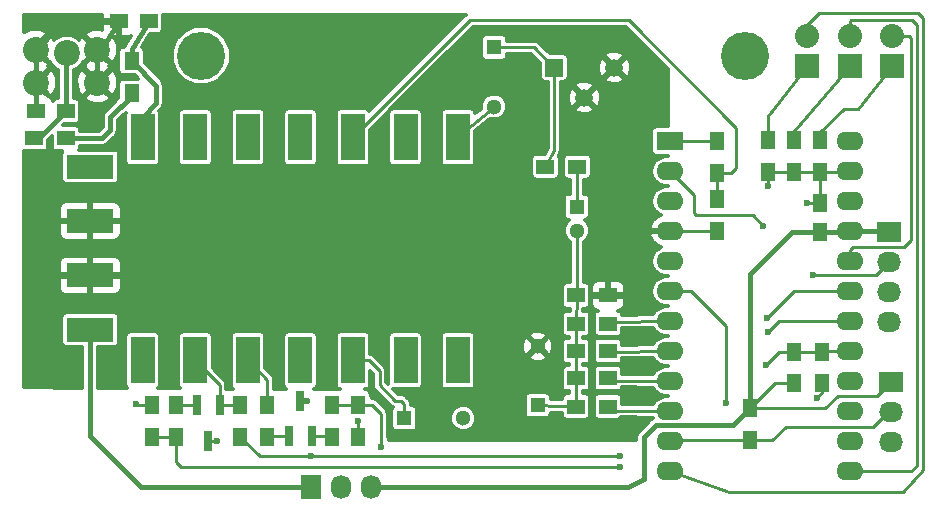
<source format=gtl>
G04 #@! TF.FileFunction,Copper,L1,Top,Signal*
%FSLAX46Y46*%
G04 Gerber Fmt 4.6, Leading zero omitted, Abs format (unit mm)*
G04 Created by KiCad (PCBNEW 4.0.1-stable) date Söndag 13 Mars 2016 12:17:34*
%MOMM*%
G01*
G04 APERTURE LIST*
%ADD10C,0.100000*%
%ADD11C,4.064000*%
%ADD12R,1.300000X1.300000*%
%ADD13C,1.300000*%
%ADD14R,1.500000X1.250000*%
%ADD15R,2.032000X2.032000*%
%ADD16O,2.032000X2.032000*%
%ADD17C,2.200000*%
%ADD18R,1.300000X1.500000*%
%ADD19R,1.500000X1.300000*%
%ADD20R,1.727200X2.032000*%
%ADD21O,1.727200X2.032000*%
%ADD22R,0.800100X1.800860*%
%ADD23C,1.510000*%
%ADD24R,1.510000X1.510000*%
%ADD25R,2.286000X1.574800*%
%ADD26O,2.286000X1.574800*%
%ADD27R,1.250000X1.500000*%
%ADD28R,2.032000X1.727200*%
%ADD29O,2.032000X1.727200*%
%ADD30R,2.000000X4.000000*%
%ADD31R,4.000000X2.000000*%
%ADD32C,0.600000*%
%ADD33C,0.250000*%
%ADD34C,0.400000*%
%ADD35C,0.300000*%
G04 APERTURE END LIST*
D10*
D11*
X108900000Y-97600000D03*
D12*
X126100000Y-128300000D03*
D13*
X131100000Y-128300000D03*
D12*
X140700000Y-110400000D03*
D13*
X140700000Y-112400000D03*
D12*
X137400000Y-127200000D03*
D13*
X137400000Y-122200000D03*
D14*
X104450000Y-94700000D03*
X101950000Y-94700000D03*
X97450000Y-102300000D03*
X94950000Y-102300000D03*
D15*
X160200000Y-98500000D03*
D16*
X160200000Y-95960000D03*
D15*
X163800000Y-98500000D03*
D16*
X163800000Y-95960000D03*
D15*
X167400000Y-98500000D03*
D16*
X167400000Y-95960000D03*
D17*
X97500000Y-97400000D03*
X94900000Y-99900000D03*
X100100000Y-99900000D03*
X100100000Y-97100000D03*
X94900000Y-97100000D03*
D18*
X103000000Y-98050000D03*
X103000000Y-100750000D03*
D19*
X97450000Y-104600000D03*
X94750000Y-104600000D03*
D20*
X118200000Y-134100000D03*
D21*
X120740000Y-134100000D03*
X123280000Y-134100000D03*
D22*
X116350000Y-129801140D03*
X118250000Y-129801140D03*
X117300000Y-126798860D03*
X110450000Y-127198860D03*
X108550000Y-127198860D03*
X109500000Y-130201140D03*
D18*
X159100000Y-122650000D03*
X159100000Y-125350000D03*
D19*
X140650000Y-127300000D03*
X143350000Y-127300000D03*
X140650000Y-124900000D03*
X143350000Y-124900000D03*
X140650000Y-122600000D03*
X143350000Y-122600000D03*
X140650000Y-120300000D03*
X143350000Y-120300000D03*
D18*
X120000000Y-129850000D03*
X120000000Y-127150000D03*
X122200000Y-129850000D03*
X122200000Y-127150000D03*
X106800000Y-127150000D03*
X106800000Y-129850000D03*
X104700000Y-127150000D03*
X104700000Y-129850000D03*
X161500000Y-122650000D03*
X161500000Y-125350000D03*
X156900000Y-107450000D03*
X156900000Y-104750000D03*
X159100000Y-107450000D03*
X159100000Y-104750000D03*
X161300000Y-107450000D03*
X161300000Y-104750000D03*
D19*
X140650000Y-117900000D03*
X143350000Y-117900000D03*
X138050000Y-107000000D03*
X140750000Y-107000000D03*
D18*
X112200000Y-129850000D03*
X112200000Y-127150000D03*
X152600000Y-107550000D03*
X152600000Y-104850000D03*
X152600000Y-109750000D03*
X152600000Y-112450000D03*
X155400000Y-127450000D03*
X155400000Y-130150000D03*
X114500000Y-127150000D03*
X114500000Y-129850000D03*
D23*
X143880000Y-98600000D03*
D24*
X138800000Y-98600000D03*
D23*
X141340000Y-101140000D03*
D25*
X148590000Y-104830000D03*
D26*
X148590000Y-107370000D03*
X148590000Y-109910000D03*
X148590000Y-112450000D03*
X148590000Y-114990000D03*
X148590000Y-117530000D03*
X148590000Y-120070000D03*
X148590000Y-122610000D03*
X148590000Y-125150000D03*
X148590000Y-127690000D03*
X148590000Y-130230000D03*
X148590000Y-132770000D03*
X163830000Y-132770000D03*
X163830000Y-130230000D03*
X163830000Y-127690000D03*
X163830000Y-125150000D03*
X163830000Y-122610000D03*
X163830000Y-120070000D03*
X163830000Y-117530000D03*
X163830000Y-114990000D03*
X163830000Y-112450000D03*
X163830000Y-109910000D03*
X163830000Y-107370000D03*
X163830000Y-104830000D03*
D27*
X161300000Y-112550000D03*
X161300000Y-110050000D03*
D12*
X133700000Y-96900000D03*
D13*
X133700000Y-101900000D03*
D28*
X167300000Y-125200000D03*
D29*
X167300000Y-127740000D03*
X167300000Y-130280000D03*
D28*
X167100000Y-112500000D03*
D29*
X167100000Y-115040000D03*
X167100000Y-117580000D03*
X167100000Y-120120000D03*
D30*
X130650000Y-123400000D03*
X126200000Y-123400000D03*
X121750000Y-123400000D03*
X117300000Y-123400000D03*
X112850000Y-123400000D03*
X108400000Y-123400000D03*
X103950000Y-123400000D03*
X130650000Y-104500000D03*
X126200000Y-104500000D03*
X121750000Y-104500000D03*
X117300000Y-104500000D03*
X112850000Y-104500000D03*
X108400000Y-104500000D03*
X103950000Y-104500000D03*
D31*
X99500000Y-120800000D03*
X99500000Y-116200000D03*
X99500000Y-111600000D03*
X99500000Y-107000000D03*
D11*
X154900000Y-97600000D03*
D32*
X156700000Y-123800000D03*
X160200000Y-110100000D03*
X102000000Y-116200000D03*
X99500000Y-114700000D03*
X97000000Y-116200000D03*
X99500000Y-110100000D03*
X97000000Y-111600000D03*
X102000000Y-111600000D03*
X99500000Y-113100000D03*
X99500000Y-117700000D03*
X103400000Y-127100000D03*
X110200000Y-130200000D03*
X117900000Y-126800000D03*
X122200000Y-128500000D03*
X144600000Y-117900000D03*
X161000000Y-126600000D03*
X156900000Y-108600000D03*
X118200000Y-131500000D03*
X144400000Y-131500000D03*
X156800000Y-119800000D03*
X160700000Y-116200000D03*
X156500000Y-112000000D03*
X124100000Y-130700000D03*
X153300000Y-127000000D03*
X156900000Y-121000000D03*
X144400000Y-132400000D03*
D33*
X121750000Y-123400000D02*
X123100000Y-123400000D01*
X126100000Y-127100000D02*
X126100000Y-128300000D01*
X125800000Y-126800000D02*
X126100000Y-127100000D01*
X125300000Y-126800000D02*
X125800000Y-126800000D01*
X124000000Y-125500000D02*
X125300000Y-126800000D01*
X124000000Y-124300000D02*
X124000000Y-125500000D01*
X123100000Y-123400000D02*
X124000000Y-124300000D01*
X126050000Y-128250000D02*
X126100000Y-128300000D01*
X157850000Y-122650000D02*
X156700000Y-123800000D01*
X157850000Y-122650000D02*
X159100000Y-122650000D01*
X159100000Y-122650000D02*
X161500000Y-122650000D01*
X161500000Y-122650000D02*
X161540000Y-122610000D01*
X161540000Y-122610000D02*
X163830000Y-122610000D01*
X140700000Y-110400000D02*
X140700000Y-107050000D01*
X140700000Y-107050000D02*
X140750000Y-107000000D01*
X140700000Y-112400000D02*
X140700000Y-117850000D01*
X140700000Y-117850000D02*
X140650000Y-117900000D01*
X140450000Y-112650000D02*
X140700000Y-112400000D01*
X137400000Y-127200000D02*
X140650000Y-127300000D01*
X140450000Y-127100000D02*
X140650000Y-127300000D01*
X140650000Y-120300000D02*
X140700000Y-117950000D01*
X140700000Y-117950000D02*
X140650000Y-117900000D01*
X140650000Y-122700000D02*
X140650000Y-120300000D01*
X140650000Y-124900000D02*
X140650000Y-122700000D01*
X140650000Y-127300000D02*
X140650000Y-124900000D01*
X161250000Y-110100000D02*
X160200000Y-110100000D01*
X161250000Y-110100000D02*
X161300000Y-110050000D01*
D34*
X100100000Y-97100000D02*
X100100000Y-99900000D01*
X94900000Y-97100000D02*
X94900000Y-99900000D01*
D33*
X122200000Y-129850000D02*
X122200000Y-128500000D01*
D34*
X99500000Y-116200000D02*
X101200000Y-116200000D01*
X101200000Y-116200000D02*
X102000000Y-116200000D01*
X99500000Y-116200000D02*
X99500000Y-116100000D01*
X99500000Y-116100000D02*
X99500000Y-114700000D01*
X97000000Y-116200000D02*
X99500000Y-116200000D01*
X99500000Y-111600000D02*
X99500000Y-110100000D01*
X99500000Y-111600000D02*
X97000000Y-111600000D01*
X99500000Y-111600000D02*
X102000000Y-111600000D01*
X99500000Y-111600000D02*
X99500000Y-113100000D01*
X99500000Y-116200000D02*
X99500000Y-117700000D01*
D33*
X104700000Y-127150000D02*
X103450000Y-127150000D01*
X103450000Y-127150000D02*
X103400000Y-127100000D01*
X109500000Y-130201140D02*
X110198860Y-130201140D01*
X110198860Y-130201140D02*
X110200000Y-130200000D01*
X117300000Y-126798860D02*
X117898860Y-126798860D01*
X117898860Y-126798860D02*
X117900000Y-126800000D01*
X143350000Y-117900000D02*
X144600000Y-117900000D01*
X161500000Y-125350000D02*
X161500000Y-126100000D01*
X161500000Y-126100000D02*
X161000000Y-126600000D01*
X156900000Y-107450000D02*
X156900000Y-108600000D01*
D34*
X100100000Y-97100000D02*
X100450000Y-97100000D01*
X100450000Y-97100000D02*
X101950000Y-94700000D01*
D33*
X161300000Y-107450000D02*
X161300000Y-110050000D01*
X161300000Y-107450000D02*
X163750000Y-107450000D01*
X163750000Y-107450000D02*
X163830000Y-107370000D01*
X156900000Y-107450000D02*
X159100000Y-107450000D01*
X159100000Y-107450000D02*
X161300000Y-107450000D01*
D34*
X94900000Y-97100000D02*
X94900000Y-96700000D01*
X94900000Y-96700000D02*
X95900000Y-95700000D01*
X98700000Y-95700000D02*
X100100000Y-97100000D01*
X95900000Y-95700000D02*
X98700000Y-95700000D01*
X94950000Y-102300000D02*
X94950000Y-99950000D01*
X94950000Y-99950000D02*
X94900000Y-99900000D01*
D33*
X161300000Y-107350000D02*
X161380000Y-107270000D01*
X163700000Y-107500000D02*
X163830000Y-107370000D01*
X152600000Y-112450000D02*
X148590000Y-112450000D01*
X141340000Y-101140000D02*
X143880000Y-98600000D01*
X138800000Y-98600000D02*
X138800000Y-105550000D01*
X138800000Y-105550000D02*
X138050000Y-107000000D01*
X133700000Y-96900000D02*
X137100000Y-96900000D01*
X137100000Y-96900000D02*
X138800000Y-98600000D01*
X138750000Y-98650000D02*
X138800000Y-98600000D01*
D34*
X145000000Y-134100000D02*
X124180000Y-134100000D01*
X145000000Y-134100000D02*
X146400000Y-133400000D01*
X146400000Y-133400000D02*
X146400000Y-129900000D01*
X146400000Y-129900000D02*
X147400000Y-128900000D01*
X147400000Y-128900000D02*
X153950000Y-128900000D01*
X155400000Y-127450000D02*
X153950000Y-128900000D01*
X124180000Y-134100000D02*
X123280000Y-134100000D01*
X155400000Y-127450000D02*
X155400000Y-123700000D01*
X158950000Y-112550000D02*
X161300000Y-112550000D01*
X155400000Y-116100000D02*
X158950000Y-112550000D01*
X155400000Y-123700000D02*
X155400000Y-116100000D01*
D33*
X159100000Y-125350000D02*
X157500000Y-125350000D01*
X157500000Y-125350000D02*
X155400000Y-127450000D01*
X155400000Y-127450000D02*
X161750000Y-127450000D01*
X166100000Y-126400000D02*
X167300000Y-125200000D01*
X162800000Y-126400000D02*
X166100000Y-126400000D01*
X161750000Y-127450000D02*
X162800000Y-126400000D01*
X167300000Y-125200000D02*
X166700000Y-125200000D01*
D34*
X161300000Y-112550000D02*
X163730000Y-112550000D01*
X163730000Y-112550000D02*
X163830000Y-112450000D01*
X163830000Y-112450000D02*
X167050000Y-112450000D01*
X167050000Y-112450000D02*
X167100000Y-112500000D01*
X159100000Y-125350000D02*
X158900000Y-125350000D01*
D33*
X163530000Y-112750000D02*
X163830000Y-112450000D01*
X160200000Y-95960000D02*
X160200000Y-95000000D01*
X170000000Y-132700000D02*
X168300000Y-134500000D01*
X168300000Y-134500000D02*
X153620000Y-134500000D01*
X153620000Y-134500000D02*
X148590000Y-132770000D01*
X170003030Y-94403030D02*
X170000000Y-94499980D01*
X169600000Y-94000000D02*
X170003030Y-94403030D01*
X161200000Y-94000000D02*
X169600000Y-94000000D01*
X170000000Y-94499980D02*
X170000000Y-132700000D01*
X160200000Y-95000000D02*
X161200000Y-94000000D01*
X156900000Y-104750000D02*
X156900000Y-102700000D01*
X156900000Y-102700000D02*
X160200000Y-98500000D01*
X160500000Y-98800000D02*
X160200000Y-98500000D01*
X163800000Y-95960000D02*
X163800000Y-94700000D01*
X169500000Y-132300000D02*
X169030000Y-132770000D01*
X169030000Y-132770000D02*
X163830000Y-132770000D01*
X169500000Y-98600000D02*
X169500000Y-132000000D01*
X163900000Y-94600000D02*
X169100000Y-94600000D01*
X169100000Y-94600000D02*
X169500000Y-95000000D01*
X169500000Y-95000000D02*
X169500000Y-98600000D01*
X169500000Y-132000000D02*
X169500000Y-132300000D01*
X163800000Y-94700000D02*
X163900000Y-94600000D01*
X159100000Y-104750000D02*
X159100000Y-104000000D01*
X159100000Y-104000000D02*
X163800000Y-98500000D01*
X159300000Y-105150000D02*
X159350000Y-105100000D01*
D34*
X118200000Y-134100000D02*
X103800000Y-134100000D01*
X103800000Y-134100000D02*
X99500000Y-129800000D01*
X99500000Y-129800000D02*
X99500000Y-120800000D01*
D33*
X144400000Y-131500000D02*
X118200000Y-131500000D01*
X118200000Y-131500000D02*
X113850000Y-131500000D01*
X113850000Y-131500000D02*
X112200000Y-129850000D01*
X159070000Y-117530000D02*
X163830000Y-117530000D01*
X156800000Y-119800000D02*
X159070000Y-117530000D01*
X110450000Y-127198860D02*
X110450000Y-125450000D01*
X110450000Y-125450000D02*
X108400000Y-123400000D01*
X112200000Y-127150000D02*
X110498860Y-127150000D01*
X110498860Y-127150000D02*
X110450000Y-127198860D01*
X152600000Y-107550000D02*
X153750000Y-107550000D01*
X131650000Y-94600000D02*
X121750000Y-104500000D01*
X145100000Y-94600000D02*
X131650000Y-94600000D01*
X154200000Y-103700000D02*
X145100000Y-94600000D01*
X154200000Y-107100000D02*
X154200000Y-103700000D01*
X153750000Y-107550000D02*
X154200000Y-107100000D01*
X152600000Y-107550000D02*
X152600000Y-107300000D01*
X152600000Y-107550000D02*
X152600000Y-109750000D01*
X155400000Y-130150000D02*
X148670000Y-130150000D01*
X148670000Y-130150000D02*
X148590000Y-130230000D01*
X167300000Y-127740000D02*
X167060000Y-127740000D01*
X167060000Y-127740000D02*
X165800000Y-129000000D01*
X165800000Y-129000000D02*
X158400000Y-129000000D01*
X158400000Y-129000000D02*
X157250000Y-130150000D01*
X157250000Y-130150000D02*
X155400000Y-130150000D01*
X148620000Y-130200000D02*
X148590000Y-130230000D01*
X116350000Y-129801140D02*
X114548860Y-129801140D01*
X114548860Y-129801140D02*
X114500000Y-129850000D01*
X167100000Y-115040000D02*
X167100000Y-115100000D01*
X167100000Y-115100000D02*
X166000000Y-116200000D01*
X166000000Y-116200000D02*
X160700000Y-116200000D01*
X156500000Y-112000000D02*
X155600000Y-111100000D01*
X155600000Y-111100000D02*
X150800000Y-111100000D01*
X150800000Y-111100000D02*
X150600000Y-110900000D01*
X150600000Y-110900000D02*
X150600000Y-109380000D01*
X150600000Y-109380000D02*
X148590000Y-107370000D01*
X118250000Y-129801140D02*
X119951140Y-129801140D01*
X119951140Y-129801140D02*
X120000000Y-129850000D01*
X108550000Y-127198860D02*
X106848860Y-127198860D01*
X106848860Y-127198860D02*
X106800000Y-127150000D01*
X122200000Y-127150000D02*
X120000000Y-127150000D01*
X148590000Y-117530000D02*
X150330000Y-117530000D01*
X123350000Y-127150000D02*
X122200000Y-127150000D01*
X124100000Y-127900000D02*
X123350000Y-127150000D01*
X124100000Y-130700000D02*
X124100000Y-127900000D01*
X153300000Y-120500000D02*
X153300000Y-127000000D01*
X150330000Y-117530000D02*
X153300000Y-120500000D01*
X148590000Y-127690000D02*
X143690000Y-127640000D01*
X143690000Y-127640000D02*
X143350000Y-127300000D01*
X148590000Y-125150000D02*
X143550000Y-125100000D01*
X143550000Y-125100000D02*
X143350000Y-124900000D01*
X148590000Y-122610000D02*
X143390000Y-122660000D01*
X143390000Y-122660000D02*
X143350000Y-122700000D01*
X148590000Y-120070000D02*
X143530000Y-120120000D01*
X143530000Y-120120000D02*
X143350000Y-120300000D01*
X106800000Y-131800000D02*
X106800000Y-132000000D01*
X157830000Y-120070000D02*
X156900000Y-121000000D01*
X144400000Y-132400000D02*
X111600000Y-132400000D01*
X106800000Y-129850000D02*
X106800000Y-131800000D01*
X157830000Y-120070000D02*
X163830000Y-120070000D01*
X107200000Y-132400000D02*
X111600000Y-132400000D01*
X106800000Y-132000000D02*
X107200000Y-132400000D01*
X106800000Y-129850000D02*
X104700000Y-129850000D01*
X161300000Y-104750000D02*
X161300000Y-104100000D01*
X161300000Y-104100000D02*
X163300000Y-102100000D01*
X163300000Y-102100000D02*
X164500000Y-102100000D01*
X164500000Y-102100000D02*
X167400000Y-98500000D01*
X161300000Y-104300000D02*
X161300000Y-104650000D01*
X168200000Y-113800000D02*
X168400000Y-113800000D01*
X163830000Y-114070000D02*
X164100000Y-113800000D01*
X164100000Y-113800000D02*
X168200000Y-113800000D01*
X163830000Y-114990000D02*
X163830000Y-114070000D01*
X168860000Y-95960000D02*
X169000000Y-96100000D01*
X169000000Y-96100000D02*
X169000000Y-112900000D01*
X168860000Y-95960000D02*
X167400000Y-95960000D01*
X169000000Y-113200000D02*
X169000000Y-112900000D01*
X168400000Y-113800000D02*
X169000000Y-113200000D01*
X114500000Y-127150000D02*
X114500000Y-125050000D01*
X114500000Y-125050000D02*
X112850000Y-123400000D01*
D34*
X103000000Y-98050000D02*
X103000000Y-97050000D01*
X103000000Y-97050000D02*
X104450000Y-94700000D01*
X103950000Y-104500000D02*
X103950000Y-102750000D01*
X103950000Y-102750000D02*
X105100000Y-101600000D01*
X105100000Y-100150000D02*
X103000000Y-98050000D01*
X105100000Y-101600000D02*
X105100000Y-100150000D01*
X103950000Y-104500000D02*
X103650000Y-104600000D01*
X103650000Y-104600000D02*
X104450000Y-103100000D01*
X104450000Y-103100000D02*
X104150000Y-103100000D01*
X94750000Y-104600000D02*
X95150000Y-104600000D01*
X95150000Y-104600000D02*
X97450000Y-102300000D01*
X97450000Y-102300000D02*
X97450000Y-97450000D01*
X97450000Y-97450000D02*
X97500000Y-97400000D01*
X103000000Y-100750000D02*
X103000000Y-101000000D01*
X103000000Y-101000000D02*
X101200000Y-102800000D01*
X101200000Y-102800000D02*
X101200000Y-103900000D01*
X101200000Y-103900000D02*
X100500000Y-104600000D01*
X100500000Y-104600000D02*
X97450000Y-104600000D01*
D33*
X133700000Y-101900000D02*
X130900000Y-104250000D01*
X130900000Y-104250000D02*
X130650000Y-104500000D01*
X152600000Y-104850000D02*
X148610000Y-104850000D01*
X148610000Y-104850000D02*
X148590000Y-104830000D01*
X152580000Y-104830000D02*
X152600000Y-104850000D01*
D35*
G36*
X131243413Y-94193414D02*
X123148523Y-102288305D01*
X123078883Y-102180081D01*
X122928505Y-102077332D01*
X122750000Y-102041184D01*
X120750000Y-102041184D01*
X120583240Y-102072562D01*
X120430081Y-102171117D01*
X120327332Y-102321495D01*
X120291184Y-102500000D01*
X120291184Y-106500000D01*
X120322562Y-106666760D01*
X120421117Y-106819919D01*
X120571495Y-106922668D01*
X120750000Y-106958816D01*
X122750000Y-106958816D01*
X122916760Y-106927438D01*
X123069919Y-106828883D01*
X123172668Y-106678505D01*
X123208816Y-106500000D01*
X123208816Y-103854356D01*
X124854249Y-102208923D01*
X124777332Y-102321495D01*
X124741184Y-102500000D01*
X124741184Y-106500000D01*
X124772562Y-106666760D01*
X124871117Y-106819919D01*
X125021495Y-106922668D01*
X125200000Y-106958816D01*
X127200000Y-106958816D01*
X127366760Y-106927438D01*
X127519919Y-106828883D01*
X127622668Y-106678505D01*
X127658816Y-106500000D01*
X127658816Y-102500000D01*
X129191184Y-102500000D01*
X129191184Y-106500000D01*
X129222562Y-106666760D01*
X129321117Y-106819919D01*
X129471495Y-106922668D01*
X129650000Y-106958816D01*
X131650000Y-106958816D01*
X131816760Y-106927438D01*
X131969919Y-106828883D01*
X132072668Y-106678505D01*
X132108816Y-106500000D01*
X132108816Y-103986136D01*
X133348963Y-102945298D01*
X133480237Y-102999808D01*
X133917844Y-103000190D01*
X134322286Y-102833078D01*
X134631991Y-102523913D01*
X134799808Y-102119763D01*
X134800190Y-101682156D01*
X134633078Y-101277714D01*
X134323913Y-100968009D01*
X133919763Y-100800192D01*
X133482156Y-100799810D01*
X133077714Y-100966922D01*
X132768009Y-101276087D01*
X132600192Y-101680237D01*
X132599849Y-102072663D01*
X132106343Y-102486856D01*
X132077438Y-102333240D01*
X131978883Y-102180081D01*
X131828505Y-102077332D01*
X131650000Y-102041184D01*
X129650000Y-102041184D01*
X129483240Y-102072562D01*
X129330081Y-102171117D01*
X129227332Y-102321495D01*
X129191184Y-102500000D01*
X127658816Y-102500000D01*
X127627438Y-102333240D01*
X127528883Y-102180081D01*
X127378505Y-102077332D01*
X127200000Y-102041184D01*
X125200000Y-102041184D01*
X125033240Y-102072562D01*
X124913668Y-102149505D01*
X130813173Y-96250000D01*
X132591184Y-96250000D01*
X132591184Y-97550000D01*
X132622562Y-97716760D01*
X132721117Y-97869919D01*
X132871495Y-97972668D01*
X133050000Y-98008816D01*
X134350000Y-98008816D01*
X134516760Y-97977438D01*
X134669919Y-97878883D01*
X134772668Y-97728505D01*
X134808816Y-97550000D01*
X134808816Y-97475000D01*
X136861828Y-97475000D01*
X137586184Y-98199356D01*
X137586184Y-99355000D01*
X137617562Y-99521760D01*
X137716117Y-99674919D01*
X137866495Y-99777668D01*
X138045000Y-99813816D01*
X138225000Y-99813816D01*
X138225000Y-105410097D01*
X137976162Y-105891184D01*
X137300000Y-105891184D01*
X137133240Y-105922562D01*
X136980081Y-106021117D01*
X136877332Y-106171495D01*
X136841184Y-106350000D01*
X136841184Y-107650000D01*
X136872562Y-107816760D01*
X136971117Y-107969919D01*
X137121495Y-108072668D01*
X137300000Y-108108816D01*
X138800000Y-108108816D01*
X138966760Y-108077438D01*
X139119919Y-107978883D01*
X139222668Y-107828505D01*
X139258816Y-107650000D01*
X139258816Y-106350000D01*
X139227438Y-106183240D01*
X139167780Y-106090529D01*
X139310725Y-105814168D01*
X139317552Y-105790515D01*
X139331231Y-105770043D01*
X139348456Y-105683446D01*
X139372942Y-105598613D01*
X139370197Y-105574145D01*
X139375000Y-105550000D01*
X139375000Y-102112934D01*
X140514144Y-102112934D01*
X140579536Y-102363625D01*
X141105684Y-102561499D01*
X141667504Y-102542963D01*
X142100464Y-102363625D01*
X142165856Y-102112934D01*
X141340000Y-101287078D01*
X140514144Y-102112934D01*
X139375000Y-102112934D01*
X139375000Y-100905684D01*
X139918501Y-100905684D01*
X139937037Y-101467504D01*
X140116375Y-101900464D01*
X140367066Y-101965856D01*
X141192922Y-101140000D01*
X141487078Y-101140000D01*
X142312934Y-101965856D01*
X142563625Y-101900464D01*
X142761499Y-101374316D01*
X142742963Y-100812496D01*
X142563625Y-100379536D01*
X142312934Y-100314144D01*
X141487078Y-101140000D01*
X141192922Y-101140000D01*
X140367066Y-100314144D01*
X140116375Y-100379536D01*
X139918501Y-100905684D01*
X139375000Y-100905684D01*
X139375000Y-100167066D01*
X140514144Y-100167066D01*
X141340000Y-100992922D01*
X142165856Y-100167066D01*
X142100464Y-99916375D01*
X141574316Y-99718501D01*
X141012496Y-99737037D01*
X140579536Y-99916375D01*
X140514144Y-100167066D01*
X139375000Y-100167066D01*
X139375000Y-99813816D01*
X139555000Y-99813816D01*
X139721760Y-99782438D01*
X139874919Y-99683883D01*
X139950727Y-99572934D01*
X143054144Y-99572934D01*
X143119536Y-99823625D01*
X143645684Y-100021499D01*
X144207504Y-100002963D01*
X144640464Y-99823625D01*
X144705856Y-99572934D01*
X143880000Y-98747078D01*
X143054144Y-99572934D01*
X139950727Y-99572934D01*
X139977668Y-99533505D01*
X140013816Y-99355000D01*
X140013816Y-98365684D01*
X142458501Y-98365684D01*
X142477037Y-98927504D01*
X142656375Y-99360464D01*
X142907066Y-99425856D01*
X143732922Y-98600000D01*
X144027078Y-98600000D01*
X144852934Y-99425856D01*
X145103625Y-99360464D01*
X145301499Y-98834316D01*
X145282963Y-98272496D01*
X145103625Y-97839536D01*
X144852934Y-97774144D01*
X144027078Y-98600000D01*
X143732922Y-98600000D01*
X142907066Y-97774144D01*
X142656375Y-97839536D01*
X142458501Y-98365684D01*
X140013816Y-98365684D01*
X140013816Y-97845000D01*
X139982438Y-97678240D01*
X139949509Y-97627066D01*
X143054144Y-97627066D01*
X143880000Y-98452922D01*
X144705856Y-97627066D01*
X144640464Y-97376375D01*
X144114316Y-97178501D01*
X143552496Y-97197037D01*
X143119536Y-97376375D01*
X143054144Y-97627066D01*
X139949509Y-97627066D01*
X139883883Y-97525081D01*
X139733505Y-97422332D01*
X139555000Y-97386184D01*
X138399356Y-97386184D01*
X137506586Y-96493414D01*
X137320043Y-96368769D01*
X137100000Y-96325000D01*
X134808816Y-96325000D01*
X134808816Y-96250000D01*
X134777438Y-96083240D01*
X134678883Y-95930081D01*
X134528505Y-95827332D01*
X134350000Y-95791184D01*
X133050000Y-95791184D01*
X132883240Y-95822562D01*
X132730081Y-95921117D01*
X132627332Y-96071495D01*
X132591184Y-96250000D01*
X130813173Y-96250000D01*
X131888173Y-95175000D01*
X144861828Y-95175000D01*
X148450000Y-98763172D01*
X148450000Y-103583784D01*
X147447000Y-103583784D01*
X147280240Y-103615162D01*
X147127081Y-103713717D01*
X147024332Y-103864095D01*
X146988184Y-104042600D01*
X146988184Y-105617400D01*
X147019562Y-105784160D01*
X147118117Y-105937319D01*
X147268495Y-106040068D01*
X147447000Y-106076216D01*
X148450000Y-106076216D01*
X148450000Y-106132600D01*
X148203191Y-106132600D01*
X147729659Y-106226791D01*
X147328217Y-106495026D01*
X147059982Y-106896468D01*
X146965791Y-107370000D01*
X147059982Y-107843532D01*
X147328217Y-108244974D01*
X147729659Y-108513209D01*
X148203191Y-108607400D01*
X148450000Y-108607400D01*
X148450000Y-108672600D01*
X148203191Y-108672600D01*
X147729659Y-108766791D01*
X147328217Y-109035026D01*
X147059982Y-109436468D01*
X146965791Y-109910000D01*
X147059982Y-110383532D01*
X147328217Y-110784974D01*
X147729659Y-111053209D01*
X147859515Y-111079039D01*
X147585186Y-111154424D01*
X147138809Y-111501487D01*
X146859226Y-111992953D01*
X146826764Y-112121756D01*
X146957729Y-112346000D01*
X148450000Y-112346000D01*
X148450000Y-112554000D01*
X146957729Y-112554000D01*
X146826764Y-112778244D01*
X146859226Y-112907047D01*
X147138809Y-113398513D01*
X147585186Y-113745576D01*
X147859515Y-113820961D01*
X147729659Y-113846791D01*
X147328217Y-114115026D01*
X147059982Y-114516468D01*
X146965791Y-114990000D01*
X147059982Y-115463532D01*
X147328217Y-115864974D01*
X147729659Y-116133209D01*
X148203191Y-116227400D01*
X148450000Y-116227400D01*
X148450000Y-116292600D01*
X148203191Y-116292600D01*
X147729659Y-116386791D01*
X147328217Y-116655026D01*
X147059982Y-117056468D01*
X146965791Y-117530000D01*
X147059982Y-118003532D01*
X147328217Y-118404974D01*
X147729659Y-118673209D01*
X148203191Y-118767400D01*
X148450000Y-118767400D01*
X148450000Y-118832600D01*
X148203191Y-118832600D01*
X147729659Y-118926791D01*
X147328217Y-119195026D01*
X147118081Y-119509517D01*
X144537181Y-119535019D01*
X144527438Y-119483240D01*
X144428883Y-119330081D01*
X144278505Y-119227332D01*
X144183040Y-119208000D01*
X144230884Y-119208000D01*
X144472727Y-119107826D01*
X144657825Y-118922727D01*
X144758000Y-118680885D01*
X144758000Y-118168500D01*
X144593500Y-118004000D01*
X143454000Y-118004000D01*
X143454000Y-118024000D01*
X143246000Y-118024000D01*
X143246000Y-118004000D01*
X142106500Y-118004000D01*
X141942000Y-118168500D01*
X141942000Y-118680885D01*
X142042175Y-118922727D01*
X142227273Y-119107826D01*
X142469116Y-119208000D01*
X142510631Y-119208000D01*
X142433240Y-119222562D01*
X142280081Y-119321117D01*
X142177332Y-119471495D01*
X142141184Y-119650000D01*
X142141184Y-120950000D01*
X142172562Y-121116760D01*
X142271117Y-121269919D01*
X142421495Y-121372668D01*
X142600000Y-121408816D01*
X144100000Y-121408816D01*
X144266760Y-121377438D01*
X144419919Y-121278883D01*
X144522668Y-121128505D01*
X144558816Y-120950000D01*
X144558816Y-120684862D01*
X147137391Y-120659382D01*
X147328217Y-120944974D01*
X147729659Y-121213209D01*
X148203191Y-121307400D01*
X148450000Y-121307400D01*
X148450000Y-121372600D01*
X148203191Y-121372600D01*
X147729659Y-121466791D01*
X147328217Y-121735026D01*
X147118343Y-122049124D01*
X144558816Y-122073735D01*
X144558816Y-121950000D01*
X144527438Y-121783240D01*
X144428883Y-121630081D01*
X144278505Y-121527332D01*
X144100000Y-121491184D01*
X142600000Y-121491184D01*
X142433240Y-121522562D01*
X142280081Y-121621117D01*
X142177332Y-121771495D01*
X142141184Y-121950000D01*
X142141184Y-123250000D01*
X142172562Y-123416760D01*
X142271117Y-123569919D01*
X142421495Y-123672668D01*
X142600000Y-123708816D01*
X144100000Y-123708816D01*
X144266760Y-123677438D01*
X144419919Y-123578883D01*
X144522668Y-123428505D01*
X144558816Y-123250000D01*
X144558816Y-123223788D01*
X147137133Y-123198996D01*
X147328217Y-123484974D01*
X147729659Y-123753209D01*
X148203191Y-123847400D01*
X148450000Y-123847400D01*
X148450000Y-123912600D01*
X148203191Y-123912600D01*
X147729659Y-124006791D01*
X147328217Y-124275026D01*
X147137429Y-124560561D01*
X144558816Y-124534980D01*
X144558816Y-124250000D01*
X144527438Y-124083240D01*
X144428883Y-123930081D01*
X144278505Y-123827332D01*
X144100000Y-123791184D01*
X142600000Y-123791184D01*
X142433240Y-123822562D01*
X142280081Y-123921117D01*
X142177332Y-124071495D01*
X142141184Y-124250000D01*
X142141184Y-125550000D01*
X142172562Y-125716760D01*
X142271117Y-125869919D01*
X142421495Y-125972668D01*
X142600000Y-126008816D01*
X144100000Y-126008816D01*
X144266760Y-125977438D01*
X144419919Y-125878883D01*
X144522668Y-125728505D01*
X144531525Y-125684766D01*
X147118043Y-125710426D01*
X147328217Y-126024974D01*
X147729659Y-126293209D01*
X148203191Y-126387400D01*
X148450000Y-126387400D01*
X148450000Y-126452600D01*
X148203191Y-126452600D01*
X147729659Y-126546791D01*
X147328217Y-126815026D01*
X147137703Y-127100151D01*
X144558816Y-127073836D01*
X144558816Y-126650000D01*
X144527438Y-126483240D01*
X144428883Y-126330081D01*
X144278505Y-126227332D01*
X144100000Y-126191184D01*
X142600000Y-126191184D01*
X142433240Y-126222562D01*
X142280081Y-126321117D01*
X142177332Y-126471495D01*
X142141184Y-126650000D01*
X142141184Y-127950000D01*
X142172562Y-128116760D01*
X142271117Y-128269919D01*
X142421495Y-128372668D01*
X142600000Y-128408816D01*
X144100000Y-128408816D01*
X144266760Y-128377438D01*
X144419919Y-128278883D01*
X144458192Y-128222869D01*
X147117763Y-128250007D01*
X147150953Y-128299680D01*
X146940381Y-128440380D01*
X145940381Y-129440381D01*
X145799478Y-129651255D01*
X145799478Y-129651256D01*
X145750000Y-129900000D01*
X145750000Y-130150000D01*
X124801995Y-130150000D01*
X124675000Y-129828777D01*
X124675000Y-127900000D01*
X124631231Y-127679957D01*
X124611214Y-127650000D01*
X124506586Y-127493413D01*
X123756586Y-126743414D01*
X123570043Y-126618769D01*
X123391919Y-126583338D01*
X123299171Y-126348739D01*
X123277438Y-126233240D01*
X123215381Y-126136801D01*
X123139494Y-125944851D01*
X123107048Y-125894925D01*
X123057734Y-125861556D01*
X123000893Y-125850003D01*
X122803094Y-125848826D01*
X122916760Y-125827438D01*
X123069919Y-125728883D01*
X123172668Y-125578505D01*
X123208816Y-125400000D01*
X123208816Y-124321989D01*
X123425000Y-124538173D01*
X123425000Y-125500000D01*
X123461478Y-125683388D01*
X123468769Y-125720043D01*
X123593414Y-125906586D01*
X124893414Y-127206587D01*
X125063213Y-127320043D01*
X125079957Y-127331231D01*
X125118000Y-127338798D01*
X125027332Y-127471495D01*
X124991184Y-127650000D01*
X124991184Y-128950000D01*
X125022562Y-129116760D01*
X125121117Y-129269919D01*
X125271495Y-129372668D01*
X125450000Y-129408816D01*
X126750000Y-129408816D01*
X126916760Y-129377438D01*
X127069919Y-129278883D01*
X127172668Y-129128505D01*
X127208816Y-128950000D01*
X127208816Y-128517844D01*
X129999810Y-128517844D01*
X130166922Y-128922286D01*
X130476087Y-129231991D01*
X130880237Y-129399808D01*
X131317844Y-129400190D01*
X131722286Y-129233078D01*
X132031991Y-128923913D01*
X132199808Y-128519763D01*
X132200190Y-128082156D01*
X132033078Y-127677714D01*
X131723913Y-127368009D01*
X131319763Y-127200192D01*
X130882156Y-127199810D01*
X130477714Y-127366922D01*
X130168009Y-127676087D01*
X130000192Y-128080237D01*
X129999810Y-128517844D01*
X127208816Y-128517844D01*
X127208816Y-127650000D01*
X127177438Y-127483240D01*
X127078883Y-127330081D01*
X126928505Y-127227332D01*
X126750000Y-127191184D01*
X126675000Y-127191184D01*
X126675000Y-127100000D01*
X126631231Y-126879957D01*
X126506586Y-126693414D01*
X126363172Y-126550000D01*
X136291184Y-126550000D01*
X136291184Y-127850000D01*
X136322562Y-128016760D01*
X136421117Y-128169919D01*
X136571495Y-128272668D01*
X136750000Y-128308816D01*
X138050000Y-128308816D01*
X138216760Y-128277438D01*
X138369919Y-128178883D01*
X138472668Y-128028505D01*
X138508816Y-127850000D01*
X138508816Y-127809390D01*
X139441184Y-127838078D01*
X139441184Y-127950000D01*
X139472562Y-128116760D01*
X139571117Y-128269919D01*
X139721495Y-128372668D01*
X139900000Y-128408816D01*
X141400000Y-128408816D01*
X141566760Y-128377438D01*
X141719919Y-128278883D01*
X141822668Y-128128505D01*
X141858816Y-127950000D01*
X141858816Y-126650000D01*
X141827438Y-126483240D01*
X141728883Y-126330081D01*
X141578505Y-126227332D01*
X141400000Y-126191184D01*
X141225000Y-126191184D01*
X141225000Y-126008816D01*
X141400000Y-126008816D01*
X141566760Y-125977438D01*
X141719919Y-125878883D01*
X141822668Y-125728505D01*
X141858816Y-125550000D01*
X141858816Y-124250000D01*
X141827438Y-124083240D01*
X141728883Y-123930081D01*
X141578505Y-123827332D01*
X141400000Y-123791184D01*
X141225000Y-123791184D01*
X141225000Y-123708816D01*
X141400000Y-123708816D01*
X141566760Y-123677438D01*
X141719919Y-123578883D01*
X141822668Y-123428505D01*
X141858816Y-123250000D01*
X141858816Y-121950000D01*
X141827438Y-121783240D01*
X141728883Y-121630081D01*
X141578505Y-121527332D01*
X141400000Y-121491184D01*
X141225000Y-121491184D01*
X141225000Y-121408816D01*
X141400000Y-121408816D01*
X141566760Y-121377438D01*
X141719919Y-121278883D01*
X141822668Y-121128505D01*
X141858816Y-120950000D01*
X141858816Y-119650000D01*
X141827438Y-119483240D01*
X141728883Y-119330081D01*
X141578505Y-119227332D01*
X141400000Y-119191184D01*
X141248722Y-119191184D01*
X141252602Y-119008816D01*
X141400000Y-119008816D01*
X141566760Y-118977438D01*
X141719919Y-118878883D01*
X141822668Y-118728505D01*
X141858816Y-118550000D01*
X141858816Y-117250000D01*
X141834189Y-117119115D01*
X141942000Y-117119115D01*
X141942000Y-117631500D01*
X142106500Y-117796000D01*
X143246000Y-117796000D01*
X143246000Y-116756500D01*
X143454000Y-116756500D01*
X143454000Y-117796000D01*
X144593500Y-117796000D01*
X144758000Y-117631500D01*
X144758000Y-117119115D01*
X144657825Y-116877273D01*
X144472727Y-116692174D01*
X144230884Y-116592000D01*
X143618500Y-116592000D01*
X143454000Y-116756500D01*
X143246000Y-116756500D01*
X143081500Y-116592000D01*
X142469116Y-116592000D01*
X142227273Y-116692174D01*
X142042175Y-116877273D01*
X141942000Y-117119115D01*
X141834189Y-117119115D01*
X141827438Y-117083240D01*
X141728883Y-116930081D01*
X141578505Y-116827332D01*
X141400000Y-116791184D01*
X141275000Y-116791184D01*
X141275000Y-113352616D01*
X141322286Y-113333078D01*
X141631991Y-113023913D01*
X141799808Y-112619763D01*
X141800190Y-112182156D01*
X141633078Y-111777714D01*
X141362332Y-111506496D01*
X141516760Y-111477438D01*
X141669919Y-111378883D01*
X141772668Y-111228505D01*
X141808816Y-111050000D01*
X141808816Y-109750000D01*
X141777438Y-109583240D01*
X141678883Y-109430081D01*
X141528505Y-109327332D01*
X141350000Y-109291184D01*
X141275000Y-109291184D01*
X141275000Y-108108816D01*
X141500000Y-108108816D01*
X141666760Y-108077438D01*
X141819919Y-107978883D01*
X141922668Y-107828505D01*
X141958816Y-107650000D01*
X141958816Y-106350000D01*
X141927438Y-106183240D01*
X141828883Y-106030081D01*
X141678505Y-105927332D01*
X141500000Y-105891184D01*
X140000000Y-105891184D01*
X139833240Y-105922562D01*
X139680081Y-106021117D01*
X139577332Y-106171495D01*
X139541184Y-106350000D01*
X139541184Y-107650000D01*
X139572562Y-107816760D01*
X139671117Y-107969919D01*
X139821495Y-108072668D01*
X140000000Y-108108816D01*
X140125000Y-108108816D01*
X140125000Y-109291184D01*
X140050000Y-109291184D01*
X139883240Y-109322562D01*
X139730081Y-109421117D01*
X139627332Y-109571495D01*
X139591184Y-109750000D01*
X139591184Y-111050000D01*
X139622562Y-111216760D01*
X139721117Y-111369919D01*
X139871495Y-111472668D01*
X140038151Y-111506416D01*
X139768009Y-111776087D01*
X139600192Y-112180237D01*
X139599810Y-112617844D01*
X139766922Y-113022286D01*
X140076087Y-113331991D01*
X140125000Y-113352301D01*
X140125000Y-116791184D01*
X139900000Y-116791184D01*
X139733240Y-116822562D01*
X139580081Y-116921117D01*
X139477332Y-117071495D01*
X139441184Y-117250000D01*
X139441184Y-118550000D01*
X139472562Y-118716760D01*
X139571117Y-118869919D01*
X139721495Y-118972668D01*
X139900000Y-119008816D01*
X140102342Y-119008816D01*
X140098462Y-119191184D01*
X139900000Y-119191184D01*
X139733240Y-119222562D01*
X139580081Y-119321117D01*
X139477332Y-119471495D01*
X139441184Y-119650000D01*
X139441184Y-120950000D01*
X139472562Y-121116760D01*
X139571117Y-121269919D01*
X139721495Y-121372668D01*
X139900000Y-121408816D01*
X140075000Y-121408816D01*
X140075000Y-121491184D01*
X139900000Y-121491184D01*
X139733240Y-121522562D01*
X139580081Y-121621117D01*
X139477332Y-121771495D01*
X139441184Y-121950000D01*
X139441184Y-123250000D01*
X139472562Y-123416760D01*
X139571117Y-123569919D01*
X139721495Y-123672668D01*
X139900000Y-123708816D01*
X140075000Y-123708816D01*
X140075000Y-123791184D01*
X139900000Y-123791184D01*
X139733240Y-123822562D01*
X139580081Y-123921117D01*
X139477332Y-124071495D01*
X139441184Y-124250000D01*
X139441184Y-125550000D01*
X139472562Y-125716760D01*
X139571117Y-125869919D01*
X139721495Y-125972668D01*
X139900000Y-126008816D01*
X140075000Y-126008816D01*
X140075000Y-126191184D01*
X139900000Y-126191184D01*
X139733240Y-126222562D01*
X139580081Y-126321117D01*
X139477332Y-126471495D01*
X139441184Y-126650000D01*
X139441184Y-126687534D01*
X138508816Y-126658845D01*
X138508816Y-126550000D01*
X138477438Y-126383240D01*
X138378883Y-126230081D01*
X138228505Y-126127332D01*
X138050000Y-126091184D01*
X136750000Y-126091184D01*
X136583240Y-126122562D01*
X136430081Y-126221117D01*
X136327332Y-126371495D01*
X136291184Y-126550000D01*
X126363172Y-126550000D01*
X126206586Y-126393414D01*
X126020043Y-126268769D01*
X125800000Y-126225000D01*
X125538173Y-126225000D01*
X125164876Y-125851703D01*
X125200000Y-125858816D01*
X127200000Y-125858816D01*
X127366760Y-125827438D01*
X127519919Y-125728883D01*
X127622668Y-125578505D01*
X127658816Y-125400000D01*
X127658816Y-121400000D01*
X129191184Y-121400000D01*
X129191184Y-125400000D01*
X129222562Y-125566760D01*
X129321117Y-125719919D01*
X129471495Y-125822668D01*
X129650000Y-125858816D01*
X131650000Y-125858816D01*
X131816760Y-125827438D01*
X131969919Y-125728883D01*
X132072668Y-125578505D01*
X132108816Y-125400000D01*
X132108816Y-123096958D01*
X136650120Y-123096958D01*
X136702639Y-123336770D01*
X137190746Y-123517107D01*
X137710710Y-123496926D01*
X138097361Y-123336770D01*
X138149880Y-123096958D01*
X137400000Y-122347078D01*
X136650120Y-123096958D01*
X132108816Y-123096958D01*
X132108816Y-121990746D01*
X136082893Y-121990746D01*
X136103074Y-122510710D01*
X136263230Y-122897361D01*
X136503042Y-122949880D01*
X137252922Y-122200000D01*
X137547078Y-122200000D01*
X138296958Y-122949880D01*
X138536770Y-122897361D01*
X138717107Y-122409254D01*
X138696926Y-121889290D01*
X138536770Y-121502639D01*
X138296958Y-121450120D01*
X137547078Y-122200000D01*
X137252922Y-122200000D01*
X136503042Y-121450120D01*
X136263230Y-121502639D01*
X136082893Y-121990746D01*
X132108816Y-121990746D01*
X132108816Y-121400000D01*
X132090573Y-121303042D01*
X136650120Y-121303042D01*
X137400000Y-122052922D01*
X138149880Y-121303042D01*
X138097361Y-121063230D01*
X137609254Y-120882893D01*
X137089290Y-120903074D01*
X136702639Y-121063230D01*
X136650120Y-121303042D01*
X132090573Y-121303042D01*
X132077438Y-121233240D01*
X131978883Y-121080081D01*
X131828505Y-120977332D01*
X131650000Y-120941184D01*
X129650000Y-120941184D01*
X129483240Y-120972562D01*
X129330081Y-121071117D01*
X129227332Y-121221495D01*
X129191184Y-121400000D01*
X127658816Y-121400000D01*
X127627438Y-121233240D01*
X127528883Y-121080081D01*
X127378505Y-120977332D01*
X127200000Y-120941184D01*
X125200000Y-120941184D01*
X125033240Y-120972562D01*
X124880081Y-121071117D01*
X124777332Y-121221495D01*
X124741184Y-121400000D01*
X124741184Y-125400000D01*
X124747676Y-125434504D01*
X124575000Y-125261828D01*
X124575000Y-124300000D01*
X124531231Y-124079957D01*
X124482343Y-124006791D01*
X124406586Y-123893413D01*
X123506586Y-122993414D01*
X123320043Y-122868769D01*
X123208816Y-122846645D01*
X123208816Y-121400000D01*
X123177438Y-121233240D01*
X123078883Y-121080081D01*
X122928505Y-120977332D01*
X122750000Y-120941184D01*
X120750000Y-120941184D01*
X120583240Y-120972562D01*
X120430081Y-121071117D01*
X120327332Y-121221495D01*
X120291184Y-121400000D01*
X120291184Y-125400000D01*
X120322562Y-125566760D01*
X120421117Y-125719919D01*
X120571495Y-125822668D01*
X120636996Y-125835932D01*
X118473572Y-125823055D01*
X118619919Y-125728883D01*
X118722668Y-125578505D01*
X118758816Y-125400000D01*
X118758816Y-121400000D01*
X118727438Y-121233240D01*
X118628883Y-121080081D01*
X118478505Y-120977332D01*
X118300000Y-120941184D01*
X116300000Y-120941184D01*
X116133240Y-120972562D01*
X115980081Y-121071117D01*
X115877332Y-121221495D01*
X115841184Y-121400000D01*
X115841184Y-125400000D01*
X115872562Y-125566760D01*
X115971117Y-125719919D01*
X116101395Y-125808935D01*
X115075000Y-125802825D01*
X115075000Y-125050000D01*
X115031231Y-124829957D01*
X114948797Y-124706586D01*
X114906586Y-124643413D01*
X114308816Y-124045643D01*
X114308816Y-121400000D01*
X114277438Y-121233240D01*
X114178883Y-121080081D01*
X114028505Y-120977332D01*
X113850000Y-120941184D01*
X111850000Y-120941184D01*
X111683240Y-120972562D01*
X111530081Y-121071117D01*
X111427332Y-121221495D01*
X111391184Y-121400000D01*
X111391184Y-125400000D01*
X111422562Y-125566760D01*
X111521117Y-125719919D01*
X111612288Y-125782214D01*
X111025000Y-125778718D01*
X111025000Y-125450000D01*
X110981231Y-125229957D01*
X110856587Y-125043414D01*
X109858816Y-124045643D01*
X109858816Y-121400000D01*
X109827438Y-121233240D01*
X109728883Y-121080081D01*
X109578505Y-120977332D01*
X109400000Y-120941184D01*
X107400000Y-120941184D01*
X107233240Y-120972562D01*
X107080081Y-121071117D01*
X106977332Y-121221495D01*
X106941184Y-121400000D01*
X106941184Y-125400000D01*
X106972562Y-125566760D01*
X107071117Y-125719919D01*
X107123181Y-125755493D01*
X105489990Y-125745771D01*
X105480885Y-125742000D01*
X105249535Y-125742000D01*
X105269919Y-125728883D01*
X105372668Y-125578505D01*
X105408816Y-125400000D01*
X105408816Y-121400000D01*
X105377438Y-121233240D01*
X105278883Y-121080081D01*
X105128505Y-120977332D01*
X104950000Y-120941184D01*
X102950000Y-120941184D01*
X102783240Y-120972562D01*
X102630081Y-121071117D01*
X102527332Y-121221495D01*
X102491184Y-121400000D01*
X102491184Y-125400000D01*
X102522562Y-125566760D01*
X102621117Y-125719919D01*
X102634074Y-125728772D01*
X100150000Y-125713986D01*
X100150000Y-122258816D01*
X101500000Y-122258816D01*
X101666760Y-122227438D01*
X101819919Y-122128883D01*
X101922668Y-121978505D01*
X101958816Y-121800000D01*
X101958816Y-119800000D01*
X101927438Y-119633240D01*
X101828883Y-119480081D01*
X101678505Y-119377332D01*
X101500000Y-119341184D01*
X97500000Y-119341184D01*
X97333240Y-119372562D01*
X97180081Y-119471117D01*
X97077332Y-119621495D01*
X97041184Y-119800000D01*
X97041184Y-121800000D01*
X97072562Y-121966760D01*
X97171117Y-122119919D01*
X97321495Y-122222668D01*
X97500000Y-122258816D01*
X98850000Y-122258816D01*
X98850000Y-125706248D01*
X93925000Y-125676932D01*
X93925000Y-116468500D01*
X96842000Y-116468500D01*
X96842000Y-117330885D01*
X96942175Y-117572727D01*
X97127273Y-117757826D01*
X97369116Y-117858000D01*
X99231500Y-117858000D01*
X99396000Y-117693500D01*
X99396000Y-116304000D01*
X99604000Y-116304000D01*
X99604000Y-117693500D01*
X99768500Y-117858000D01*
X101630884Y-117858000D01*
X101872727Y-117757826D01*
X102057825Y-117572727D01*
X102158000Y-117330885D01*
X102158000Y-116468500D01*
X101993500Y-116304000D01*
X99604000Y-116304000D01*
X99396000Y-116304000D01*
X97006500Y-116304000D01*
X96842000Y-116468500D01*
X93925000Y-116468500D01*
X93925000Y-115069115D01*
X96842000Y-115069115D01*
X96842000Y-115931500D01*
X97006500Y-116096000D01*
X99396000Y-116096000D01*
X99396000Y-114706500D01*
X99604000Y-114706500D01*
X99604000Y-116096000D01*
X101993500Y-116096000D01*
X102158000Y-115931500D01*
X102158000Y-115069115D01*
X102057825Y-114827273D01*
X101872727Y-114642174D01*
X101630884Y-114542000D01*
X99768500Y-114542000D01*
X99604000Y-114706500D01*
X99396000Y-114706500D01*
X99231500Y-114542000D01*
X97369116Y-114542000D01*
X97127273Y-114642174D01*
X96942175Y-114827273D01*
X96842000Y-115069115D01*
X93925000Y-115069115D01*
X93925000Y-111868500D01*
X96842000Y-111868500D01*
X96842000Y-112730885D01*
X96942175Y-112972727D01*
X97127273Y-113157826D01*
X97369116Y-113258000D01*
X99231500Y-113258000D01*
X99396000Y-113093500D01*
X99396000Y-111704000D01*
X99604000Y-111704000D01*
X99604000Y-113093500D01*
X99768500Y-113258000D01*
X101630884Y-113258000D01*
X101872727Y-113157826D01*
X102057825Y-112972727D01*
X102158000Y-112730885D01*
X102158000Y-111868500D01*
X101993500Y-111704000D01*
X99604000Y-111704000D01*
X99396000Y-111704000D01*
X97006500Y-111704000D01*
X96842000Y-111868500D01*
X93925000Y-111868500D01*
X93925000Y-110469115D01*
X96842000Y-110469115D01*
X96842000Y-111331500D01*
X97006500Y-111496000D01*
X99396000Y-111496000D01*
X99396000Y-110106500D01*
X99604000Y-110106500D01*
X99604000Y-111496000D01*
X101993500Y-111496000D01*
X102158000Y-111331500D01*
X102158000Y-110469115D01*
X102057825Y-110227273D01*
X101872727Y-110042174D01*
X101630884Y-109942000D01*
X99768500Y-109942000D01*
X99604000Y-110106500D01*
X99396000Y-110106500D01*
X99231500Y-109942000D01*
X97369116Y-109942000D01*
X97127273Y-110042174D01*
X96942175Y-110227273D01*
X96842000Y-110469115D01*
X93925000Y-110469115D01*
X93925000Y-105693628D01*
X94000000Y-105708816D01*
X95500000Y-105708816D01*
X95666760Y-105677438D01*
X95819919Y-105578883D01*
X95922668Y-105428505D01*
X95958816Y-105250000D01*
X95958816Y-104710422D01*
X96241184Y-104428054D01*
X96241184Y-105250000D01*
X96272562Y-105416760D01*
X96371117Y-105569919D01*
X96521495Y-105672668D01*
X96700000Y-105708816D01*
X97154322Y-105708816D01*
X97077332Y-105821495D01*
X97041184Y-106000000D01*
X97041184Y-108000000D01*
X97072562Y-108166760D01*
X97171117Y-108319919D01*
X97321495Y-108422668D01*
X97500000Y-108458816D01*
X101500000Y-108458816D01*
X101666760Y-108427438D01*
X101819919Y-108328883D01*
X101922668Y-108178505D01*
X101958816Y-108000000D01*
X101958816Y-106000000D01*
X101927438Y-105833240D01*
X101828883Y-105680081D01*
X101678505Y-105577332D01*
X101500000Y-105541184D01*
X98545678Y-105541184D01*
X98622668Y-105428505D01*
X98658816Y-105250000D01*
X100500000Y-105250000D01*
X100707476Y-105208731D01*
X100748745Y-105200522D01*
X100959619Y-105059619D01*
X101659619Y-104359620D01*
X101800521Y-104148745D01*
X101800522Y-104148744D01*
X101850000Y-103900000D01*
X101850000Y-103069238D01*
X102509453Y-102409786D01*
X102491184Y-102500000D01*
X102491184Y-106500000D01*
X102522562Y-106666760D01*
X102621117Y-106819919D01*
X102771495Y-106922668D01*
X102950000Y-106958816D01*
X104950000Y-106958816D01*
X105116760Y-106927438D01*
X105269919Y-106828883D01*
X105372668Y-106678505D01*
X105408816Y-106500000D01*
X105408816Y-102500000D01*
X106941184Y-102500000D01*
X106941184Y-106500000D01*
X106972562Y-106666760D01*
X107071117Y-106819919D01*
X107221495Y-106922668D01*
X107400000Y-106958816D01*
X109400000Y-106958816D01*
X109566760Y-106927438D01*
X109719919Y-106828883D01*
X109822668Y-106678505D01*
X109858816Y-106500000D01*
X109858816Y-102500000D01*
X111391184Y-102500000D01*
X111391184Y-106500000D01*
X111422562Y-106666760D01*
X111521117Y-106819919D01*
X111671495Y-106922668D01*
X111850000Y-106958816D01*
X113850000Y-106958816D01*
X114016760Y-106927438D01*
X114169919Y-106828883D01*
X114272668Y-106678505D01*
X114308816Y-106500000D01*
X114308816Y-102500000D01*
X115841184Y-102500000D01*
X115841184Y-106500000D01*
X115872562Y-106666760D01*
X115971117Y-106819919D01*
X116121495Y-106922668D01*
X116300000Y-106958816D01*
X118300000Y-106958816D01*
X118466760Y-106927438D01*
X118619919Y-106828883D01*
X118722668Y-106678505D01*
X118758816Y-106500000D01*
X118758816Y-102500000D01*
X118727438Y-102333240D01*
X118628883Y-102180081D01*
X118478505Y-102077332D01*
X118300000Y-102041184D01*
X116300000Y-102041184D01*
X116133240Y-102072562D01*
X115980081Y-102171117D01*
X115877332Y-102321495D01*
X115841184Y-102500000D01*
X114308816Y-102500000D01*
X114277438Y-102333240D01*
X114178883Y-102180081D01*
X114028505Y-102077332D01*
X113850000Y-102041184D01*
X111850000Y-102041184D01*
X111683240Y-102072562D01*
X111530081Y-102171117D01*
X111427332Y-102321495D01*
X111391184Y-102500000D01*
X109858816Y-102500000D01*
X109827438Y-102333240D01*
X109728883Y-102180081D01*
X109578505Y-102077332D01*
X109400000Y-102041184D01*
X107400000Y-102041184D01*
X107233240Y-102072562D01*
X107080081Y-102171117D01*
X106977332Y-102321495D01*
X106941184Y-102500000D01*
X105408816Y-102500000D01*
X105377438Y-102333240D01*
X105341636Y-102277603D01*
X105559620Y-102059619D01*
X105700522Y-101848744D01*
X105750000Y-101600000D01*
X105750000Y-100150000D01*
X105700522Y-99901256D01*
X105590794Y-99737037D01*
X105559619Y-99690380D01*
X104108816Y-98239578D01*
X104108816Y-98091534D01*
X106417570Y-98091534D01*
X106794636Y-99004103D01*
X107492224Y-99702910D01*
X108404134Y-100081568D01*
X109391534Y-100082430D01*
X110304103Y-99705364D01*
X111002910Y-99007776D01*
X111381568Y-98095866D01*
X111382430Y-97108466D01*
X111005364Y-96195897D01*
X110307776Y-95497090D01*
X109395866Y-95118432D01*
X108408466Y-95117570D01*
X107495897Y-95494636D01*
X106797090Y-96192224D01*
X106418432Y-97104134D01*
X106417570Y-98091534D01*
X104108816Y-98091534D01*
X104108816Y-97300000D01*
X104077438Y-97133240D01*
X103978883Y-96980081D01*
X103857915Y-96897427D01*
X104545037Y-95783816D01*
X105200000Y-95783816D01*
X105366760Y-95752438D01*
X105519919Y-95653883D01*
X105622668Y-95503505D01*
X105658816Y-95325000D01*
X105658816Y-94125000D01*
X131345802Y-94125000D01*
X131243413Y-94193414D01*
X131243413Y-94193414D01*
G37*
X131243413Y-94193414D02*
X123148523Y-102288305D01*
X123078883Y-102180081D01*
X122928505Y-102077332D01*
X122750000Y-102041184D01*
X120750000Y-102041184D01*
X120583240Y-102072562D01*
X120430081Y-102171117D01*
X120327332Y-102321495D01*
X120291184Y-102500000D01*
X120291184Y-106500000D01*
X120322562Y-106666760D01*
X120421117Y-106819919D01*
X120571495Y-106922668D01*
X120750000Y-106958816D01*
X122750000Y-106958816D01*
X122916760Y-106927438D01*
X123069919Y-106828883D01*
X123172668Y-106678505D01*
X123208816Y-106500000D01*
X123208816Y-103854356D01*
X124854249Y-102208923D01*
X124777332Y-102321495D01*
X124741184Y-102500000D01*
X124741184Y-106500000D01*
X124772562Y-106666760D01*
X124871117Y-106819919D01*
X125021495Y-106922668D01*
X125200000Y-106958816D01*
X127200000Y-106958816D01*
X127366760Y-106927438D01*
X127519919Y-106828883D01*
X127622668Y-106678505D01*
X127658816Y-106500000D01*
X127658816Y-102500000D01*
X129191184Y-102500000D01*
X129191184Y-106500000D01*
X129222562Y-106666760D01*
X129321117Y-106819919D01*
X129471495Y-106922668D01*
X129650000Y-106958816D01*
X131650000Y-106958816D01*
X131816760Y-106927438D01*
X131969919Y-106828883D01*
X132072668Y-106678505D01*
X132108816Y-106500000D01*
X132108816Y-103986136D01*
X133348963Y-102945298D01*
X133480237Y-102999808D01*
X133917844Y-103000190D01*
X134322286Y-102833078D01*
X134631991Y-102523913D01*
X134799808Y-102119763D01*
X134800190Y-101682156D01*
X134633078Y-101277714D01*
X134323913Y-100968009D01*
X133919763Y-100800192D01*
X133482156Y-100799810D01*
X133077714Y-100966922D01*
X132768009Y-101276087D01*
X132600192Y-101680237D01*
X132599849Y-102072663D01*
X132106343Y-102486856D01*
X132077438Y-102333240D01*
X131978883Y-102180081D01*
X131828505Y-102077332D01*
X131650000Y-102041184D01*
X129650000Y-102041184D01*
X129483240Y-102072562D01*
X129330081Y-102171117D01*
X129227332Y-102321495D01*
X129191184Y-102500000D01*
X127658816Y-102500000D01*
X127627438Y-102333240D01*
X127528883Y-102180081D01*
X127378505Y-102077332D01*
X127200000Y-102041184D01*
X125200000Y-102041184D01*
X125033240Y-102072562D01*
X124913668Y-102149505D01*
X130813173Y-96250000D01*
X132591184Y-96250000D01*
X132591184Y-97550000D01*
X132622562Y-97716760D01*
X132721117Y-97869919D01*
X132871495Y-97972668D01*
X133050000Y-98008816D01*
X134350000Y-98008816D01*
X134516760Y-97977438D01*
X134669919Y-97878883D01*
X134772668Y-97728505D01*
X134808816Y-97550000D01*
X134808816Y-97475000D01*
X136861828Y-97475000D01*
X137586184Y-98199356D01*
X137586184Y-99355000D01*
X137617562Y-99521760D01*
X137716117Y-99674919D01*
X137866495Y-99777668D01*
X138045000Y-99813816D01*
X138225000Y-99813816D01*
X138225000Y-105410097D01*
X137976162Y-105891184D01*
X137300000Y-105891184D01*
X137133240Y-105922562D01*
X136980081Y-106021117D01*
X136877332Y-106171495D01*
X136841184Y-106350000D01*
X136841184Y-107650000D01*
X136872562Y-107816760D01*
X136971117Y-107969919D01*
X137121495Y-108072668D01*
X137300000Y-108108816D01*
X138800000Y-108108816D01*
X138966760Y-108077438D01*
X139119919Y-107978883D01*
X139222668Y-107828505D01*
X139258816Y-107650000D01*
X139258816Y-106350000D01*
X139227438Y-106183240D01*
X139167780Y-106090529D01*
X139310725Y-105814168D01*
X139317552Y-105790515D01*
X139331231Y-105770043D01*
X139348456Y-105683446D01*
X139372942Y-105598613D01*
X139370197Y-105574145D01*
X139375000Y-105550000D01*
X139375000Y-102112934D01*
X140514144Y-102112934D01*
X140579536Y-102363625D01*
X141105684Y-102561499D01*
X141667504Y-102542963D01*
X142100464Y-102363625D01*
X142165856Y-102112934D01*
X141340000Y-101287078D01*
X140514144Y-102112934D01*
X139375000Y-102112934D01*
X139375000Y-100905684D01*
X139918501Y-100905684D01*
X139937037Y-101467504D01*
X140116375Y-101900464D01*
X140367066Y-101965856D01*
X141192922Y-101140000D01*
X141487078Y-101140000D01*
X142312934Y-101965856D01*
X142563625Y-101900464D01*
X142761499Y-101374316D01*
X142742963Y-100812496D01*
X142563625Y-100379536D01*
X142312934Y-100314144D01*
X141487078Y-101140000D01*
X141192922Y-101140000D01*
X140367066Y-100314144D01*
X140116375Y-100379536D01*
X139918501Y-100905684D01*
X139375000Y-100905684D01*
X139375000Y-100167066D01*
X140514144Y-100167066D01*
X141340000Y-100992922D01*
X142165856Y-100167066D01*
X142100464Y-99916375D01*
X141574316Y-99718501D01*
X141012496Y-99737037D01*
X140579536Y-99916375D01*
X140514144Y-100167066D01*
X139375000Y-100167066D01*
X139375000Y-99813816D01*
X139555000Y-99813816D01*
X139721760Y-99782438D01*
X139874919Y-99683883D01*
X139950727Y-99572934D01*
X143054144Y-99572934D01*
X143119536Y-99823625D01*
X143645684Y-100021499D01*
X144207504Y-100002963D01*
X144640464Y-99823625D01*
X144705856Y-99572934D01*
X143880000Y-98747078D01*
X143054144Y-99572934D01*
X139950727Y-99572934D01*
X139977668Y-99533505D01*
X140013816Y-99355000D01*
X140013816Y-98365684D01*
X142458501Y-98365684D01*
X142477037Y-98927504D01*
X142656375Y-99360464D01*
X142907066Y-99425856D01*
X143732922Y-98600000D01*
X144027078Y-98600000D01*
X144852934Y-99425856D01*
X145103625Y-99360464D01*
X145301499Y-98834316D01*
X145282963Y-98272496D01*
X145103625Y-97839536D01*
X144852934Y-97774144D01*
X144027078Y-98600000D01*
X143732922Y-98600000D01*
X142907066Y-97774144D01*
X142656375Y-97839536D01*
X142458501Y-98365684D01*
X140013816Y-98365684D01*
X140013816Y-97845000D01*
X139982438Y-97678240D01*
X139949509Y-97627066D01*
X143054144Y-97627066D01*
X143880000Y-98452922D01*
X144705856Y-97627066D01*
X144640464Y-97376375D01*
X144114316Y-97178501D01*
X143552496Y-97197037D01*
X143119536Y-97376375D01*
X143054144Y-97627066D01*
X139949509Y-97627066D01*
X139883883Y-97525081D01*
X139733505Y-97422332D01*
X139555000Y-97386184D01*
X138399356Y-97386184D01*
X137506586Y-96493414D01*
X137320043Y-96368769D01*
X137100000Y-96325000D01*
X134808816Y-96325000D01*
X134808816Y-96250000D01*
X134777438Y-96083240D01*
X134678883Y-95930081D01*
X134528505Y-95827332D01*
X134350000Y-95791184D01*
X133050000Y-95791184D01*
X132883240Y-95822562D01*
X132730081Y-95921117D01*
X132627332Y-96071495D01*
X132591184Y-96250000D01*
X130813173Y-96250000D01*
X131888173Y-95175000D01*
X144861828Y-95175000D01*
X148450000Y-98763172D01*
X148450000Y-103583784D01*
X147447000Y-103583784D01*
X147280240Y-103615162D01*
X147127081Y-103713717D01*
X147024332Y-103864095D01*
X146988184Y-104042600D01*
X146988184Y-105617400D01*
X147019562Y-105784160D01*
X147118117Y-105937319D01*
X147268495Y-106040068D01*
X147447000Y-106076216D01*
X148450000Y-106076216D01*
X148450000Y-106132600D01*
X148203191Y-106132600D01*
X147729659Y-106226791D01*
X147328217Y-106495026D01*
X147059982Y-106896468D01*
X146965791Y-107370000D01*
X147059982Y-107843532D01*
X147328217Y-108244974D01*
X147729659Y-108513209D01*
X148203191Y-108607400D01*
X148450000Y-108607400D01*
X148450000Y-108672600D01*
X148203191Y-108672600D01*
X147729659Y-108766791D01*
X147328217Y-109035026D01*
X147059982Y-109436468D01*
X146965791Y-109910000D01*
X147059982Y-110383532D01*
X147328217Y-110784974D01*
X147729659Y-111053209D01*
X147859515Y-111079039D01*
X147585186Y-111154424D01*
X147138809Y-111501487D01*
X146859226Y-111992953D01*
X146826764Y-112121756D01*
X146957729Y-112346000D01*
X148450000Y-112346000D01*
X148450000Y-112554000D01*
X146957729Y-112554000D01*
X146826764Y-112778244D01*
X146859226Y-112907047D01*
X147138809Y-113398513D01*
X147585186Y-113745576D01*
X147859515Y-113820961D01*
X147729659Y-113846791D01*
X147328217Y-114115026D01*
X147059982Y-114516468D01*
X146965791Y-114990000D01*
X147059982Y-115463532D01*
X147328217Y-115864974D01*
X147729659Y-116133209D01*
X148203191Y-116227400D01*
X148450000Y-116227400D01*
X148450000Y-116292600D01*
X148203191Y-116292600D01*
X147729659Y-116386791D01*
X147328217Y-116655026D01*
X147059982Y-117056468D01*
X146965791Y-117530000D01*
X147059982Y-118003532D01*
X147328217Y-118404974D01*
X147729659Y-118673209D01*
X148203191Y-118767400D01*
X148450000Y-118767400D01*
X148450000Y-118832600D01*
X148203191Y-118832600D01*
X147729659Y-118926791D01*
X147328217Y-119195026D01*
X147118081Y-119509517D01*
X144537181Y-119535019D01*
X144527438Y-119483240D01*
X144428883Y-119330081D01*
X144278505Y-119227332D01*
X144183040Y-119208000D01*
X144230884Y-119208000D01*
X144472727Y-119107826D01*
X144657825Y-118922727D01*
X144758000Y-118680885D01*
X144758000Y-118168500D01*
X144593500Y-118004000D01*
X143454000Y-118004000D01*
X143454000Y-118024000D01*
X143246000Y-118024000D01*
X143246000Y-118004000D01*
X142106500Y-118004000D01*
X141942000Y-118168500D01*
X141942000Y-118680885D01*
X142042175Y-118922727D01*
X142227273Y-119107826D01*
X142469116Y-119208000D01*
X142510631Y-119208000D01*
X142433240Y-119222562D01*
X142280081Y-119321117D01*
X142177332Y-119471495D01*
X142141184Y-119650000D01*
X142141184Y-120950000D01*
X142172562Y-121116760D01*
X142271117Y-121269919D01*
X142421495Y-121372668D01*
X142600000Y-121408816D01*
X144100000Y-121408816D01*
X144266760Y-121377438D01*
X144419919Y-121278883D01*
X144522668Y-121128505D01*
X144558816Y-120950000D01*
X144558816Y-120684862D01*
X147137391Y-120659382D01*
X147328217Y-120944974D01*
X147729659Y-121213209D01*
X148203191Y-121307400D01*
X148450000Y-121307400D01*
X148450000Y-121372600D01*
X148203191Y-121372600D01*
X147729659Y-121466791D01*
X147328217Y-121735026D01*
X147118343Y-122049124D01*
X144558816Y-122073735D01*
X144558816Y-121950000D01*
X144527438Y-121783240D01*
X144428883Y-121630081D01*
X144278505Y-121527332D01*
X144100000Y-121491184D01*
X142600000Y-121491184D01*
X142433240Y-121522562D01*
X142280081Y-121621117D01*
X142177332Y-121771495D01*
X142141184Y-121950000D01*
X142141184Y-123250000D01*
X142172562Y-123416760D01*
X142271117Y-123569919D01*
X142421495Y-123672668D01*
X142600000Y-123708816D01*
X144100000Y-123708816D01*
X144266760Y-123677438D01*
X144419919Y-123578883D01*
X144522668Y-123428505D01*
X144558816Y-123250000D01*
X144558816Y-123223788D01*
X147137133Y-123198996D01*
X147328217Y-123484974D01*
X147729659Y-123753209D01*
X148203191Y-123847400D01*
X148450000Y-123847400D01*
X148450000Y-123912600D01*
X148203191Y-123912600D01*
X147729659Y-124006791D01*
X147328217Y-124275026D01*
X147137429Y-124560561D01*
X144558816Y-124534980D01*
X144558816Y-124250000D01*
X144527438Y-124083240D01*
X144428883Y-123930081D01*
X144278505Y-123827332D01*
X144100000Y-123791184D01*
X142600000Y-123791184D01*
X142433240Y-123822562D01*
X142280081Y-123921117D01*
X142177332Y-124071495D01*
X142141184Y-124250000D01*
X142141184Y-125550000D01*
X142172562Y-125716760D01*
X142271117Y-125869919D01*
X142421495Y-125972668D01*
X142600000Y-126008816D01*
X144100000Y-126008816D01*
X144266760Y-125977438D01*
X144419919Y-125878883D01*
X144522668Y-125728505D01*
X144531525Y-125684766D01*
X147118043Y-125710426D01*
X147328217Y-126024974D01*
X147729659Y-126293209D01*
X148203191Y-126387400D01*
X148450000Y-126387400D01*
X148450000Y-126452600D01*
X148203191Y-126452600D01*
X147729659Y-126546791D01*
X147328217Y-126815026D01*
X147137703Y-127100151D01*
X144558816Y-127073836D01*
X144558816Y-126650000D01*
X144527438Y-126483240D01*
X144428883Y-126330081D01*
X144278505Y-126227332D01*
X144100000Y-126191184D01*
X142600000Y-126191184D01*
X142433240Y-126222562D01*
X142280081Y-126321117D01*
X142177332Y-126471495D01*
X142141184Y-126650000D01*
X142141184Y-127950000D01*
X142172562Y-128116760D01*
X142271117Y-128269919D01*
X142421495Y-128372668D01*
X142600000Y-128408816D01*
X144100000Y-128408816D01*
X144266760Y-128377438D01*
X144419919Y-128278883D01*
X144458192Y-128222869D01*
X147117763Y-128250007D01*
X147150953Y-128299680D01*
X146940381Y-128440380D01*
X145940381Y-129440381D01*
X145799478Y-129651255D01*
X145799478Y-129651256D01*
X145750000Y-129900000D01*
X145750000Y-130150000D01*
X124801995Y-130150000D01*
X124675000Y-129828777D01*
X124675000Y-127900000D01*
X124631231Y-127679957D01*
X124611214Y-127650000D01*
X124506586Y-127493413D01*
X123756586Y-126743414D01*
X123570043Y-126618769D01*
X123391919Y-126583338D01*
X123299171Y-126348739D01*
X123277438Y-126233240D01*
X123215381Y-126136801D01*
X123139494Y-125944851D01*
X123107048Y-125894925D01*
X123057734Y-125861556D01*
X123000893Y-125850003D01*
X122803094Y-125848826D01*
X122916760Y-125827438D01*
X123069919Y-125728883D01*
X123172668Y-125578505D01*
X123208816Y-125400000D01*
X123208816Y-124321989D01*
X123425000Y-124538173D01*
X123425000Y-125500000D01*
X123461478Y-125683388D01*
X123468769Y-125720043D01*
X123593414Y-125906586D01*
X124893414Y-127206587D01*
X125063213Y-127320043D01*
X125079957Y-127331231D01*
X125118000Y-127338798D01*
X125027332Y-127471495D01*
X124991184Y-127650000D01*
X124991184Y-128950000D01*
X125022562Y-129116760D01*
X125121117Y-129269919D01*
X125271495Y-129372668D01*
X125450000Y-129408816D01*
X126750000Y-129408816D01*
X126916760Y-129377438D01*
X127069919Y-129278883D01*
X127172668Y-129128505D01*
X127208816Y-128950000D01*
X127208816Y-128517844D01*
X129999810Y-128517844D01*
X130166922Y-128922286D01*
X130476087Y-129231991D01*
X130880237Y-129399808D01*
X131317844Y-129400190D01*
X131722286Y-129233078D01*
X132031991Y-128923913D01*
X132199808Y-128519763D01*
X132200190Y-128082156D01*
X132033078Y-127677714D01*
X131723913Y-127368009D01*
X131319763Y-127200192D01*
X130882156Y-127199810D01*
X130477714Y-127366922D01*
X130168009Y-127676087D01*
X130000192Y-128080237D01*
X129999810Y-128517844D01*
X127208816Y-128517844D01*
X127208816Y-127650000D01*
X127177438Y-127483240D01*
X127078883Y-127330081D01*
X126928505Y-127227332D01*
X126750000Y-127191184D01*
X126675000Y-127191184D01*
X126675000Y-127100000D01*
X126631231Y-126879957D01*
X126506586Y-126693414D01*
X126363172Y-126550000D01*
X136291184Y-126550000D01*
X136291184Y-127850000D01*
X136322562Y-128016760D01*
X136421117Y-128169919D01*
X136571495Y-128272668D01*
X136750000Y-128308816D01*
X138050000Y-128308816D01*
X138216760Y-128277438D01*
X138369919Y-128178883D01*
X138472668Y-128028505D01*
X138508816Y-127850000D01*
X138508816Y-127809390D01*
X139441184Y-127838078D01*
X139441184Y-127950000D01*
X139472562Y-128116760D01*
X139571117Y-128269919D01*
X139721495Y-128372668D01*
X139900000Y-128408816D01*
X141400000Y-128408816D01*
X141566760Y-128377438D01*
X141719919Y-128278883D01*
X141822668Y-128128505D01*
X141858816Y-127950000D01*
X141858816Y-126650000D01*
X141827438Y-126483240D01*
X141728883Y-126330081D01*
X141578505Y-126227332D01*
X141400000Y-126191184D01*
X141225000Y-126191184D01*
X141225000Y-126008816D01*
X141400000Y-126008816D01*
X141566760Y-125977438D01*
X141719919Y-125878883D01*
X141822668Y-125728505D01*
X141858816Y-125550000D01*
X141858816Y-124250000D01*
X141827438Y-124083240D01*
X141728883Y-123930081D01*
X141578505Y-123827332D01*
X141400000Y-123791184D01*
X141225000Y-123791184D01*
X141225000Y-123708816D01*
X141400000Y-123708816D01*
X141566760Y-123677438D01*
X141719919Y-123578883D01*
X141822668Y-123428505D01*
X141858816Y-123250000D01*
X141858816Y-121950000D01*
X141827438Y-121783240D01*
X141728883Y-121630081D01*
X141578505Y-121527332D01*
X141400000Y-121491184D01*
X141225000Y-121491184D01*
X141225000Y-121408816D01*
X141400000Y-121408816D01*
X141566760Y-121377438D01*
X141719919Y-121278883D01*
X141822668Y-121128505D01*
X141858816Y-120950000D01*
X141858816Y-119650000D01*
X141827438Y-119483240D01*
X141728883Y-119330081D01*
X141578505Y-119227332D01*
X141400000Y-119191184D01*
X141248722Y-119191184D01*
X141252602Y-119008816D01*
X141400000Y-119008816D01*
X141566760Y-118977438D01*
X141719919Y-118878883D01*
X141822668Y-118728505D01*
X141858816Y-118550000D01*
X141858816Y-117250000D01*
X141834189Y-117119115D01*
X141942000Y-117119115D01*
X141942000Y-117631500D01*
X142106500Y-117796000D01*
X143246000Y-117796000D01*
X143246000Y-116756500D01*
X143454000Y-116756500D01*
X143454000Y-117796000D01*
X144593500Y-117796000D01*
X144758000Y-117631500D01*
X144758000Y-117119115D01*
X144657825Y-116877273D01*
X144472727Y-116692174D01*
X144230884Y-116592000D01*
X143618500Y-116592000D01*
X143454000Y-116756500D01*
X143246000Y-116756500D01*
X143081500Y-116592000D01*
X142469116Y-116592000D01*
X142227273Y-116692174D01*
X142042175Y-116877273D01*
X141942000Y-117119115D01*
X141834189Y-117119115D01*
X141827438Y-117083240D01*
X141728883Y-116930081D01*
X141578505Y-116827332D01*
X141400000Y-116791184D01*
X141275000Y-116791184D01*
X141275000Y-113352616D01*
X141322286Y-113333078D01*
X141631991Y-113023913D01*
X141799808Y-112619763D01*
X141800190Y-112182156D01*
X141633078Y-111777714D01*
X141362332Y-111506496D01*
X141516760Y-111477438D01*
X141669919Y-111378883D01*
X141772668Y-111228505D01*
X141808816Y-111050000D01*
X141808816Y-109750000D01*
X141777438Y-109583240D01*
X141678883Y-109430081D01*
X141528505Y-109327332D01*
X141350000Y-109291184D01*
X141275000Y-109291184D01*
X141275000Y-108108816D01*
X141500000Y-108108816D01*
X141666760Y-108077438D01*
X141819919Y-107978883D01*
X141922668Y-107828505D01*
X141958816Y-107650000D01*
X141958816Y-106350000D01*
X141927438Y-106183240D01*
X141828883Y-106030081D01*
X141678505Y-105927332D01*
X141500000Y-105891184D01*
X140000000Y-105891184D01*
X139833240Y-105922562D01*
X139680081Y-106021117D01*
X139577332Y-106171495D01*
X139541184Y-106350000D01*
X139541184Y-107650000D01*
X139572562Y-107816760D01*
X139671117Y-107969919D01*
X139821495Y-108072668D01*
X140000000Y-108108816D01*
X140125000Y-108108816D01*
X140125000Y-109291184D01*
X140050000Y-109291184D01*
X139883240Y-109322562D01*
X139730081Y-109421117D01*
X139627332Y-109571495D01*
X139591184Y-109750000D01*
X139591184Y-111050000D01*
X139622562Y-111216760D01*
X139721117Y-111369919D01*
X139871495Y-111472668D01*
X140038151Y-111506416D01*
X139768009Y-111776087D01*
X139600192Y-112180237D01*
X139599810Y-112617844D01*
X139766922Y-113022286D01*
X140076087Y-113331991D01*
X140125000Y-113352301D01*
X140125000Y-116791184D01*
X139900000Y-116791184D01*
X139733240Y-116822562D01*
X139580081Y-116921117D01*
X139477332Y-117071495D01*
X139441184Y-117250000D01*
X139441184Y-118550000D01*
X139472562Y-118716760D01*
X139571117Y-118869919D01*
X139721495Y-118972668D01*
X139900000Y-119008816D01*
X140102342Y-119008816D01*
X140098462Y-119191184D01*
X139900000Y-119191184D01*
X139733240Y-119222562D01*
X139580081Y-119321117D01*
X139477332Y-119471495D01*
X139441184Y-119650000D01*
X139441184Y-120950000D01*
X139472562Y-121116760D01*
X139571117Y-121269919D01*
X139721495Y-121372668D01*
X139900000Y-121408816D01*
X140075000Y-121408816D01*
X140075000Y-121491184D01*
X139900000Y-121491184D01*
X139733240Y-121522562D01*
X139580081Y-121621117D01*
X139477332Y-121771495D01*
X139441184Y-121950000D01*
X139441184Y-123250000D01*
X139472562Y-123416760D01*
X139571117Y-123569919D01*
X139721495Y-123672668D01*
X139900000Y-123708816D01*
X140075000Y-123708816D01*
X140075000Y-123791184D01*
X139900000Y-123791184D01*
X139733240Y-123822562D01*
X139580081Y-123921117D01*
X139477332Y-124071495D01*
X139441184Y-124250000D01*
X139441184Y-125550000D01*
X139472562Y-125716760D01*
X139571117Y-125869919D01*
X139721495Y-125972668D01*
X139900000Y-126008816D01*
X140075000Y-126008816D01*
X140075000Y-126191184D01*
X139900000Y-126191184D01*
X139733240Y-126222562D01*
X139580081Y-126321117D01*
X139477332Y-126471495D01*
X139441184Y-126650000D01*
X139441184Y-126687534D01*
X138508816Y-126658845D01*
X138508816Y-126550000D01*
X138477438Y-126383240D01*
X138378883Y-126230081D01*
X138228505Y-126127332D01*
X138050000Y-126091184D01*
X136750000Y-126091184D01*
X136583240Y-126122562D01*
X136430081Y-126221117D01*
X136327332Y-126371495D01*
X136291184Y-126550000D01*
X126363172Y-126550000D01*
X126206586Y-126393414D01*
X126020043Y-126268769D01*
X125800000Y-126225000D01*
X125538173Y-126225000D01*
X125164876Y-125851703D01*
X125200000Y-125858816D01*
X127200000Y-125858816D01*
X127366760Y-125827438D01*
X127519919Y-125728883D01*
X127622668Y-125578505D01*
X127658816Y-125400000D01*
X127658816Y-121400000D01*
X129191184Y-121400000D01*
X129191184Y-125400000D01*
X129222562Y-125566760D01*
X129321117Y-125719919D01*
X129471495Y-125822668D01*
X129650000Y-125858816D01*
X131650000Y-125858816D01*
X131816760Y-125827438D01*
X131969919Y-125728883D01*
X132072668Y-125578505D01*
X132108816Y-125400000D01*
X132108816Y-123096958D01*
X136650120Y-123096958D01*
X136702639Y-123336770D01*
X137190746Y-123517107D01*
X137710710Y-123496926D01*
X138097361Y-123336770D01*
X138149880Y-123096958D01*
X137400000Y-122347078D01*
X136650120Y-123096958D01*
X132108816Y-123096958D01*
X132108816Y-121990746D01*
X136082893Y-121990746D01*
X136103074Y-122510710D01*
X136263230Y-122897361D01*
X136503042Y-122949880D01*
X137252922Y-122200000D01*
X137547078Y-122200000D01*
X138296958Y-122949880D01*
X138536770Y-122897361D01*
X138717107Y-122409254D01*
X138696926Y-121889290D01*
X138536770Y-121502639D01*
X138296958Y-121450120D01*
X137547078Y-122200000D01*
X137252922Y-122200000D01*
X136503042Y-121450120D01*
X136263230Y-121502639D01*
X136082893Y-121990746D01*
X132108816Y-121990746D01*
X132108816Y-121400000D01*
X132090573Y-121303042D01*
X136650120Y-121303042D01*
X137400000Y-122052922D01*
X138149880Y-121303042D01*
X138097361Y-121063230D01*
X137609254Y-120882893D01*
X137089290Y-120903074D01*
X136702639Y-121063230D01*
X136650120Y-121303042D01*
X132090573Y-121303042D01*
X132077438Y-121233240D01*
X131978883Y-121080081D01*
X131828505Y-120977332D01*
X131650000Y-120941184D01*
X129650000Y-120941184D01*
X129483240Y-120972562D01*
X129330081Y-121071117D01*
X129227332Y-121221495D01*
X129191184Y-121400000D01*
X127658816Y-121400000D01*
X127627438Y-121233240D01*
X127528883Y-121080081D01*
X127378505Y-120977332D01*
X127200000Y-120941184D01*
X125200000Y-120941184D01*
X125033240Y-120972562D01*
X124880081Y-121071117D01*
X124777332Y-121221495D01*
X124741184Y-121400000D01*
X124741184Y-125400000D01*
X124747676Y-125434504D01*
X124575000Y-125261828D01*
X124575000Y-124300000D01*
X124531231Y-124079957D01*
X124482343Y-124006791D01*
X124406586Y-123893413D01*
X123506586Y-122993414D01*
X123320043Y-122868769D01*
X123208816Y-122846645D01*
X123208816Y-121400000D01*
X123177438Y-121233240D01*
X123078883Y-121080081D01*
X122928505Y-120977332D01*
X122750000Y-120941184D01*
X120750000Y-120941184D01*
X120583240Y-120972562D01*
X120430081Y-121071117D01*
X120327332Y-121221495D01*
X120291184Y-121400000D01*
X120291184Y-125400000D01*
X120322562Y-125566760D01*
X120421117Y-125719919D01*
X120571495Y-125822668D01*
X120636996Y-125835932D01*
X118473572Y-125823055D01*
X118619919Y-125728883D01*
X118722668Y-125578505D01*
X118758816Y-125400000D01*
X118758816Y-121400000D01*
X118727438Y-121233240D01*
X118628883Y-121080081D01*
X118478505Y-120977332D01*
X118300000Y-120941184D01*
X116300000Y-120941184D01*
X116133240Y-120972562D01*
X115980081Y-121071117D01*
X115877332Y-121221495D01*
X115841184Y-121400000D01*
X115841184Y-125400000D01*
X115872562Y-125566760D01*
X115971117Y-125719919D01*
X116101395Y-125808935D01*
X115075000Y-125802825D01*
X115075000Y-125050000D01*
X115031231Y-124829957D01*
X114948797Y-124706586D01*
X114906586Y-124643413D01*
X114308816Y-124045643D01*
X114308816Y-121400000D01*
X114277438Y-121233240D01*
X114178883Y-121080081D01*
X114028505Y-120977332D01*
X113850000Y-120941184D01*
X111850000Y-120941184D01*
X111683240Y-120972562D01*
X111530081Y-121071117D01*
X111427332Y-121221495D01*
X111391184Y-121400000D01*
X111391184Y-125400000D01*
X111422562Y-125566760D01*
X111521117Y-125719919D01*
X111612288Y-125782214D01*
X111025000Y-125778718D01*
X111025000Y-125450000D01*
X110981231Y-125229957D01*
X110856587Y-125043414D01*
X109858816Y-124045643D01*
X109858816Y-121400000D01*
X109827438Y-121233240D01*
X109728883Y-121080081D01*
X109578505Y-120977332D01*
X109400000Y-120941184D01*
X107400000Y-120941184D01*
X107233240Y-120972562D01*
X107080081Y-121071117D01*
X106977332Y-121221495D01*
X106941184Y-121400000D01*
X106941184Y-125400000D01*
X106972562Y-125566760D01*
X107071117Y-125719919D01*
X107123181Y-125755493D01*
X105489990Y-125745771D01*
X105480885Y-125742000D01*
X105249535Y-125742000D01*
X105269919Y-125728883D01*
X105372668Y-125578505D01*
X105408816Y-125400000D01*
X105408816Y-121400000D01*
X105377438Y-121233240D01*
X105278883Y-121080081D01*
X105128505Y-120977332D01*
X104950000Y-120941184D01*
X102950000Y-120941184D01*
X102783240Y-120972562D01*
X102630081Y-121071117D01*
X102527332Y-121221495D01*
X102491184Y-121400000D01*
X102491184Y-125400000D01*
X102522562Y-125566760D01*
X102621117Y-125719919D01*
X102634074Y-125728772D01*
X100150000Y-125713986D01*
X100150000Y-122258816D01*
X101500000Y-122258816D01*
X101666760Y-122227438D01*
X101819919Y-122128883D01*
X101922668Y-121978505D01*
X101958816Y-121800000D01*
X101958816Y-119800000D01*
X101927438Y-119633240D01*
X101828883Y-119480081D01*
X101678505Y-119377332D01*
X101500000Y-119341184D01*
X97500000Y-119341184D01*
X97333240Y-119372562D01*
X97180081Y-119471117D01*
X97077332Y-119621495D01*
X97041184Y-119800000D01*
X97041184Y-121800000D01*
X97072562Y-121966760D01*
X97171117Y-122119919D01*
X97321495Y-122222668D01*
X97500000Y-122258816D01*
X98850000Y-122258816D01*
X98850000Y-125706248D01*
X93925000Y-125676932D01*
X93925000Y-116468500D01*
X96842000Y-116468500D01*
X96842000Y-117330885D01*
X96942175Y-117572727D01*
X97127273Y-117757826D01*
X97369116Y-117858000D01*
X99231500Y-117858000D01*
X99396000Y-117693500D01*
X99396000Y-116304000D01*
X99604000Y-116304000D01*
X99604000Y-117693500D01*
X99768500Y-117858000D01*
X101630884Y-117858000D01*
X101872727Y-117757826D01*
X102057825Y-117572727D01*
X102158000Y-117330885D01*
X102158000Y-116468500D01*
X101993500Y-116304000D01*
X99604000Y-116304000D01*
X99396000Y-116304000D01*
X97006500Y-116304000D01*
X96842000Y-116468500D01*
X93925000Y-116468500D01*
X93925000Y-115069115D01*
X96842000Y-115069115D01*
X96842000Y-115931500D01*
X97006500Y-116096000D01*
X99396000Y-116096000D01*
X99396000Y-114706500D01*
X99604000Y-114706500D01*
X99604000Y-116096000D01*
X101993500Y-116096000D01*
X102158000Y-115931500D01*
X102158000Y-115069115D01*
X102057825Y-114827273D01*
X101872727Y-114642174D01*
X101630884Y-114542000D01*
X99768500Y-114542000D01*
X99604000Y-114706500D01*
X99396000Y-114706500D01*
X99231500Y-114542000D01*
X97369116Y-114542000D01*
X97127273Y-114642174D01*
X96942175Y-114827273D01*
X96842000Y-115069115D01*
X93925000Y-115069115D01*
X93925000Y-111868500D01*
X96842000Y-111868500D01*
X96842000Y-112730885D01*
X96942175Y-112972727D01*
X97127273Y-113157826D01*
X97369116Y-113258000D01*
X99231500Y-113258000D01*
X99396000Y-113093500D01*
X99396000Y-111704000D01*
X99604000Y-111704000D01*
X99604000Y-113093500D01*
X99768500Y-113258000D01*
X101630884Y-113258000D01*
X101872727Y-113157826D01*
X102057825Y-112972727D01*
X102158000Y-112730885D01*
X102158000Y-111868500D01*
X101993500Y-111704000D01*
X99604000Y-111704000D01*
X99396000Y-111704000D01*
X97006500Y-111704000D01*
X96842000Y-111868500D01*
X93925000Y-111868500D01*
X93925000Y-110469115D01*
X96842000Y-110469115D01*
X96842000Y-111331500D01*
X97006500Y-111496000D01*
X99396000Y-111496000D01*
X99396000Y-110106500D01*
X99604000Y-110106500D01*
X99604000Y-111496000D01*
X101993500Y-111496000D01*
X102158000Y-111331500D01*
X102158000Y-110469115D01*
X102057825Y-110227273D01*
X101872727Y-110042174D01*
X101630884Y-109942000D01*
X99768500Y-109942000D01*
X99604000Y-110106500D01*
X99396000Y-110106500D01*
X99231500Y-109942000D01*
X97369116Y-109942000D01*
X97127273Y-110042174D01*
X96942175Y-110227273D01*
X96842000Y-110469115D01*
X93925000Y-110469115D01*
X93925000Y-105693628D01*
X94000000Y-105708816D01*
X95500000Y-105708816D01*
X95666760Y-105677438D01*
X95819919Y-105578883D01*
X95922668Y-105428505D01*
X95958816Y-105250000D01*
X95958816Y-104710422D01*
X96241184Y-104428054D01*
X96241184Y-105250000D01*
X96272562Y-105416760D01*
X96371117Y-105569919D01*
X96521495Y-105672668D01*
X96700000Y-105708816D01*
X97154322Y-105708816D01*
X97077332Y-105821495D01*
X97041184Y-106000000D01*
X97041184Y-108000000D01*
X97072562Y-108166760D01*
X97171117Y-108319919D01*
X97321495Y-108422668D01*
X97500000Y-108458816D01*
X101500000Y-108458816D01*
X101666760Y-108427438D01*
X101819919Y-108328883D01*
X101922668Y-108178505D01*
X101958816Y-108000000D01*
X101958816Y-106000000D01*
X101927438Y-105833240D01*
X101828883Y-105680081D01*
X101678505Y-105577332D01*
X101500000Y-105541184D01*
X98545678Y-105541184D01*
X98622668Y-105428505D01*
X98658816Y-105250000D01*
X100500000Y-105250000D01*
X100707476Y-105208731D01*
X100748745Y-105200522D01*
X100959619Y-105059619D01*
X101659619Y-104359620D01*
X101800521Y-104148745D01*
X101800522Y-104148744D01*
X101850000Y-103900000D01*
X101850000Y-103069238D01*
X102509453Y-102409786D01*
X102491184Y-102500000D01*
X102491184Y-106500000D01*
X102522562Y-106666760D01*
X102621117Y-106819919D01*
X102771495Y-106922668D01*
X102950000Y-106958816D01*
X104950000Y-106958816D01*
X105116760Y-106927438D01*
X105269919Y-106828883D01*
X105372668Y-106678505D01*
X105408816Y-106500000D01*
X105408816Y-102500000D01*
X106941184Y-102500000D01*
X106941184Y-106500000D01*
X106972562Y-106666760D01*
X107071117Y-106819919D01*
X107221495Y-106922668D01*
X107400000Y-106958816D01*
X109400000Y-106958816D01*
X109566760Y-106927438D01*
X109719919Y-106828883D01*
X109822668Y-106678505D01*
X109858816Y-106500000D01*
X109858816Y-102500000D01*
X111391184Y-102500000D01*
X111391184Y-106500000D01*
X111422562Y-106666760D01*
X111521117Y-106819919D01*
X111671495Y-106922668D01*
X111850000Y-106958816D01*
X113850000Y-106958816D01*
X114016760Y-106927438D01*
X114169919Y-106828883D01*
X114272668Y-106678505D01*
X114308816Y-106500000D01*
X114308816Y-102500000D01*
X115841184Y-102500000D01*
X115841184Y-106500000D01*
X115872562Y-106666760D01*
X115971117Y-106819919D01*
X116121495Y-106922668D01*
X116300000Y-106958816D01*
X118300000Y-106958816D01*
X118466760Y-106927438D01*
X118619919Y-106828883D01*
X118722668Y-106678505D01*
X118758816Y-106500000D01*
X118758816Y-102500000D01*
X118727438Y-102333240D01*
X118628883Y-102180081D01*
X118478505Y-102077332D01*
X118300000Y-102041184D01*
X116300000Y-102041184D01*
X116133240Y-102072562D01*
X115980081Y-102171117D01*
X115877332Y-102321495D01*
X115841184Y-102500000D01*
X114308816Y-102500000D01*
X114277438Y-102333240D01*
X114178883Y-102180081D01*
X114028505Y-102077332D01*
X113850000Y-102041184D01*
X111850000Y-102041184D01*
X111683240Y-102072562D01*
X111530081Y-102171117D01*
X111427332Y-102321495D01*
X111391184Y-102500000D01*
X109858816Y-102500000D01*
X109827438Y-102333240D01*
X109728883Y-102180081D01*
X109578505Y-102077332D01*
X109400000Y-102041184D01*
X107400000Y-102041184D01*
X107233240Y-102072562D01*
X107080081Y-102171117D01*
X106977332Y-102321495D01*
X106941184Y-102500000D01*
X105408816Y-102500000D01*
X105377438Y-102333240D01*
X105341636Y-102277603D01*
X105559620Y-102059619D01*
X105700522Y-101848744D01*
X105750000Y-101600000D01*
X105750000Y-100150000D01*
X105700522Y-99901256D01*
X105590794Y-99737037D01*
X105559619Y-99690380D01*
X104108816Y-98239578D01*
X104108816Y-98091534D01*
X106417570Y-98091534D01*
X106794636Y-99004103D01*
X107492224Y-99702910D01*
X108404134Y-100081568D01*
X109391534Y-100082430D01*
X110304103Y-99705364D01*
X111002910Y-99007776D01*
X111381568Y-98095866D01*
X111382430Y-97108466D01*
X111005364Y-96195897D01*
X110307776Y-95497090D01*
X109395866Y-95118432D01*
X108408466Y-95117570D01*
X107495897Y-95494636D01*
X106797090Y-96192224D01*
X106418432Y-97104134D01*
X106417570Y-98091534D01*
X104108816Y-98091534D01*
X104108816Y-97300000D01*
X104077438Y-97133240D01*
X103978883Y-96980081D01*
X103857915Y-96897427D01*
X104545037Y-95783816D01*
X105200000Y-95783816D01*
X105366760Y-95752438D01*
X105519919Y-95653883D01*
X105622668Y-95503505D01*
X105658816Y-95325000D01*
X105658816Y-94125000D01*
X131345802Y-94125000D01*
X131243413Y-94193414D01*
G36*
X100542000Y-94431500D02*
X100706500Y-94596000D01*
X101846000Y-94596000D01*
X101846000Y-94576000D01*
X102054000Y-94576000D01*
X102054000Y-94596000D01*
X102074000Y-94596000D01*
X102074000Y-94804000D01*
X102054000Y-94804000D01*
X102054000Y-95818500D01*
X102218500Y-95983000D01*
X102830884Y-95983000D01*
X102916457Y-95947555D01*
X102446827Y-96708680D01*
X102428560Y-96757732D01*
X102399478Y-96801256D01*
X102391536Y-96841184D01*
X102350000Y-96841184D01*
X102183240Y-96872562D01*
X102030081Y-96971117D01*
X101927332Y-97121495D01*
X101891184Y-97300000D01*
X101891184Y-98800000D01*
X101922562Y-98966760D01*
X102021117Y-99119919D01*
X102171495Y-99222668D01*
X102350000Y-99258816D01*
X103289578Y-99258816D01*
X103571946Y-99541184D01*
X102350000Y-99541184D01*
X102183240Y-99572562D01*
X102030081Y-99671117D01*
X101927332Y-99821495D01*
X101891184Y-100000000D01*
X101891184Y-101189577D01*
X100740381Y-102340381D01*
X100599478Y-102551255D01*
X100596048Y-102568500D01*
X100550000Y-102800000D01*
X100550000Y-103630761D01*
X100230762Y-103950000D01*
X98658816Y-103950000D01*
X98627438Y-103783240D01*
X98528883Y-103630081D01*
X98378505Y-103527332D01*
X98200000Y-103491184D01*
X97178055Y-103491184D01*
X97285423Y-103383816D01*
X98200000Y-103383816D01*
X98366760Y-103352438D01*
X98519919Y-103253883D01*
X98622668Y-103103505D01*
X98658816Y-102925000D01*
X98658816Y-101675000D01*
X98627438Y-101508240D01*
X98528883Y-101355081D01*
X98378505Y-101252332D01*
X98200000Y-101216184D01*
X98100000Y-101216184D01*
X98100000Y-101122316D01*
X99024762Y-101122316D01*
X99132343Y-101408802D01*
X99783395Y-101664258D01*
X100482647Y-101651121D01*
X101067657Y-101408802D01*
X101175238Y-101122316D01*
X100100000Y-100047078D01*
X99024762Y-101122316D01*
X98100000Y-101122316D01*
X98100000Y-99583395D01*
X98335742Y-99583395D01*
X98348879Y-100282647D01*
X98591198Y-100867657D01*
X98877684Y-100975238D01*
X99952922Y-99900000D01*
X100247078Y-99900000D01*
X101322316Y-100975238D01*
X101608802Y-100867657D01*
X101864258Y-100216605D01*
X101851121Y-99517353D01*
X101608802Y-98932343D01*
X101322316Y-98824762D01*
X100247078Y-99900000D01*
X99952922Y-99900000D01*
X98877684Y-98824762D01*
X98591198Y-98932343D01*
X98335742Y-99583395D01*
X98100000Y-99583395D01*
X98100000Y-98829187D01*
X98376857Y-98714792D01*
X98770019Y-98322316D01*
X99024762Y-98322316D01*
X99091486Y-98500000D01*
X99024762Y-98677684D01*
X100100000Y-99752922D01*
X101175238Y-98677684D01*
X101108514Y-98500000D01*
X101175238Y-98322316D01*
X100100000Y-97247078D01*
X99024762Y-98322316D01*
X98770019Y-98322316D01*
X98813260Y-98279151D01*
X98859278Y-98168326D01*
X98877684Y-98175238D01*
X99952922Y-97100000D01*
X98877684Y-96024762D01*
X98591198Y-96132343D01*
X98544212Y-96252090D01*
X98379151Y-96086740D01*
X97875688Y-95877684D01*
X99024762Y-95877684D01*
X100100000Y-96952922D01*
X100114143Y-96938780D01*
X100261221Y-97085858D01*
X100247078Y-97100000D01*
X101322316Y-98175238D01*
X101608802Y-98067657D01*
X101864258Y-97416605D01*
X101851121Y-96717353D01*
X101608802Y-96132343D01*
X101322318Y-96024763D01*
X101364081Y-95983000D01*
X101681500Y-95983000D01*
X101846000Y-95818500D01*
X101846000Y-94804000D01*
X100706500Y-94804000D01*
X100542000Y-94968500D01*
X100542000Y-95384944D01*
X100416605Y-95335742D01*
X99717353Y-95348879D01*
X99132343Y-95591198D01*
X99024762Y-95877684D01*
X97875688Y-95877684D01*
X97809667Y-95850270D01*
X97193039Y-95849732D01*
X96623143Y-96085208D01*
X96457691Y-96250371D01*
X96408802Y-96132343D01*
X96122316Y-96024762D01*
X95047078Y-97100000D01*
X96122316Y-98175238D01*
X96140412Y-98168443D01*
X96185208Y-98276857D01*
X96620849Y-98713260D01*
X96800000Y-98787650D01*
X96800000Y-101216184D01*
X96700000Y-101216184D01*
X96533240Y-101247562D01*
X96380081Y-101346117D01*
X96315274Y-101440965D01*
X96257825Y-101302273D01*
X96072727Y-101117174D01*
X95897526Y-101044604D01*
X94900000Y-100047078D01*
X94885858Y-100061221D01*
X94738780Y-99914143D01*
X94752922Y-99900000D01*
X95047078Y-99900000D01*
X96122316Y-100975238D01*
X96408802Y-100867657D01*
X96664258Y-100216605D01*
X96651121Y-99517353D01*
X96408802Y-98932343D01*
X96122316Y-98824762D01*
X95047078Y-99900000D01*
X94752922Y-99900000D01*
X94738780Y-99885858D01*
X94885858Y-99738780D01*
X94900000Y-99752922D01*
X95975238Y-98677684D01*
X95908514Y-98500000D01*
X95975238Y-98322316D01*
X94900000Y-97247078D01*
X94885858Y-97261221D01*
X94738780Y-97114143D01*
X94752922Y-97100000D01*
X94738780Y-97085858D01*
X94885858Y-96938780D01*
X94900000Y-96952922D01*
X95975238Y-95877684D01*
X95867657Y-95591198D01*
X95216605Y-95335742D01*
X94517353Y-95348879D01*
X93932343Y-95591198D01*
X93925000Y-95610752D01*
X93925000Y-94125000D01*
X100542000Y-94125000D01*
X100542000Y-94431500D01*
X100542000Y-94431500D01*
G37*
X100542000Y-94431500D02*
X100706500Y-94596000D01*
X101846000Y-94596000D01*
X101846000Y-94576000D01*
X102054000Y-94576000D01*
X102054000Y-94596000D01*
X102074000Y-94596000D01*
X102074000Y-94804000D01*
X102054000Y-94804000D01*
X102054000Y-95818500D01*
X102218500Y-95983000D01*
X102830884Y-95983000D01*
X102916457Y-95947555D01*
X102446827Y-96708680D01*
X102428560Y-96757732D01*
X102399478Y-96801256D01*
X102391536Y-96841184D01*
X102350000Y-96841184D01*
X102183240Y-96872562D01*
X102030081Y-96971117D01*
X101927332Y-97121495D01*
X101891184Y-97300000D01*
X101891184Y-98800000D01*
X101922562Y-98966760D01*
X102021117Y-99119919D01*
X102171495Y-99222668D01*
X102350000Y-99258816D01*
X103289578Y-99258816D01*
X103571946Y-99541184D01*
X102350000Y-99541184D01*
X102183240Y-99572562D01*
X102030081Y-99671117D01*
X101927332Y-99821495D01*
X101891184Y-100000000D01*
X101891184Y-101189577D01*
X100740381Y-102340381D01*
X100599478Y-102551255D01*
X100596048Y-102568500D01*
X100550000Y-102800000D01*
X100550000Y-103630761D01*
X100230762Y-103950000D01*
X98658816Y-103950000D01*
X98627438Y-103783240D01*
X98528883Y-103630081D01*
X98378505Y-103527332D01*
X98200000Y-103491184D01*
X97178055Y-103491184D01*
X97285423Y-103383816D01*
X98200000Y-103383816D01*
X98366760Y-103352438D01*
X98519919Y-103253883D01*
X98622668Y-103103505D01*
X98658816Y-102925000D01*
X98658816Y-101675000D01*
X98627438Y-101508240D01*
X98528883Y-101355081D01*
X98378505Y-101252332D01*
X98200000Y-101216184D01*
X98100000Y-101216184D01*
X98100000Y-101122316D01*
X99024762Y-101122316D01*
X99132343Y-101408802D01*
X99783395Y-101664258D01*
X100482647Y-101651121D01*
X101067657Y-101408802D01*
X101175238Y-101122316D01*
X100100000Y-100047078D01*
X99024762Y-101122316D01*
X98100000Y-101122316D01*
X98100000Y-99583395D01*
X98335742Y-99583395D01*
X98348879Y-100282647D01*
X98591198Y-100867657D01*
X98877684Y-100975238D01*
X99952922Y-99900000D01*
X100247078Y-99900000D01*
X101322316Y-100975238D01*
X101608802Y-100867657D01*
X101864258Y-100216605D01*
X101851121Y-99517353D01*
X101608802Y-98932343D01*
X101322316Y-98824762D01*
X100247078Y-99900000D01*
X99952922Y-99900000D01*
X98877684Y-98824762D01*
X98591198Y-98932343D01*
X98335742Y-99583395D01*
X98100000Y-99583395D01*
X98100000Y-98829187D01*
X98376857Y-98714792D01*
X98770019Y-98322316D01*
X99024762Y-98322316D01*
X99091486Y-98500000D01*
X99024762Y-98677684D01*
X100100000Y-99752922D01*
X101175238Y-98677684D01*
X101108514Y-98500000D01*
X101175238Y-98322316D01*
X100100000Y-97247078D01*
X99024762Y-98322316D01*
X98770019Y-98322316D01*
X98813260Y-98279151D01*
X98859278Y-98168326D01*
X98877684Y-98175238D01*
X99952922Y-97100000D01*
X98877684Y-96024762D01*
X98591198Y-96132343D01*
X98544212Y-96252090D01*
X98379151Y-96086740D01*
X97875688Y-95877684D01*
X99024762Y-95877684D01*
X100100000Y-96952922D01*
X100114143Y-96938780D01*
X100261221Y-97085858D01*
X100247078Y-97100000D01*
X101322316Y-98175238D01*
X101608802Y-98067657D01*
X101864258Y-97416605D01*
X101851121Y-96717353D01*
X101608802Y-96132343D01*
X101322318Y-96024763D01*
X101364081Y-95983000D01*
X101681500Y-95983000D01*
X101846000Y-95818500D01*
X101846000Y-94804000D01*
X100706500Y-94804000D01*
X100542000Y-94968500D01*
X100542000Y-95384944D01*
X100416605Y-95335742D01*
X99717353Y-95348879D01*
X99132343Y-95591198D01*
X99024762Y-95877684D01*
X97875688Y-95877684D01*
X97809667Y-95850270D01*
X97193039Y-95849732D01*
X96623143Y-96085208D01*
X96457691Y-96250371D01*
X96408802Y-96132343D01*
X96122316Y-96024762D01*
X95047078Y-97100000D01*
X96122316Y-98175238D01*
X96140412Y-98168443D01*
X96185208Y-98276857D01*
X96620849Y-98713260D01*
X96800000Y-98787650D01*
X96800000Y-101216184D01*
X96700000Y-101216184D01*
X96533240Y-101247562D01*
X96380081Y-101346117D01*
X96315274Y-101440965D01*
X96257825Y-101302273D01*
X96072727Y-101117174D01*
X95897526Y-101044604D01*
X94900000Y-100047078D01*
X94885858Y-100061221D01*
X94738780Y-99914143D01*
X94752922Y-99900000D01*
X95047078Y-99900000D01*
X96122316Y-100975238D01*
X96408802Y-100867657D01*
X96664258Y-100216605D01*
X96651121Y-99517353D01*
X96408802Y-98932343D01*
X96122316Y-98824762D01*
X95047078Y-99900000D01*
X94752922Y-99900000D01*
X94738780Y-99885858D01*
X94885858Y-99738780D01*
X94900000Y-99752922D01*
X95975238Y-98677684D01*
X95908514Y-98500000D01*
X95975238Y-98322316D01*
X94900000Y-97247078D01*
X94885858Y-97261221D01*
X94738780Y-97114143D01*
X94752922Y-97100000D01*
X94738780Y-97085858D01*
X94885858Y-96938780D01*
X94900000Y-96952922D01*
X95975238Y-95877684D01*
X95867657Y-95591198D01*
X95216605Y-95335742D01*
X94517353Y-95348879D01*
X93932343Y-95591198D01*
X93925000Y-95610752D01*
X93925000Y-94125000D01*
X100542000Y-94125000D01*
X100542000Y-94431500D01*
G36*
X95054000Y-102196000D02*
X95074000Y-102196000D01*
X95074000Y-102404000D01*
X95054000Y-102404000D01*
X95054000Y-102424000D01*
X94846000Y-102424000D01*
X94846000Y-102404000D01*
X94826000Y-102404000D01*
X94826000Y-102196000D01*
X94846000Y-102196000D01*
X94846000Y-102176000D01*
X95054000Y-102176000D01*
X95054000Y-102196000D01*
X95054000Y-102196000D01*
G37*
X95054000Y-102196000D02*
X95074000Y-102196000D01*
X95074000Y-102404000D01*
X95054000Y-102404000D01*
X95054000Y-102424000D01*
X94846000Y-102424000D01*
X94846000Y-102404000D01*
X94826000Y-102404000D01*
X94826000Y-102196000D01*
X94846000Y-102196000D01*
X94846000Y-102176000D01*
X95054000Y-102176000D01*
X95054000Y-102196000D01*
M02*

</source>
